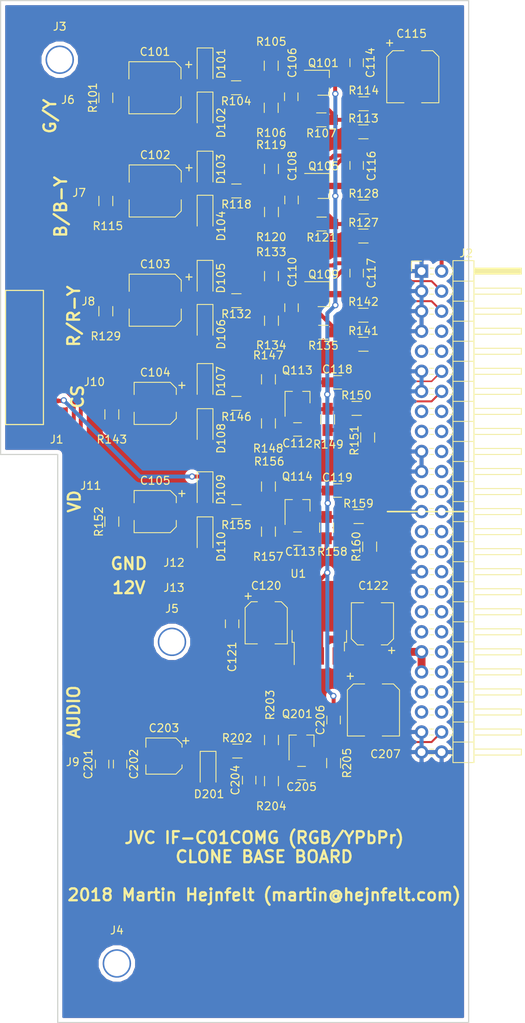
<source format=kicad_pcb>
(kicad_pcb (version 4) (host pcbnew 4.0.7-e2-6376~60~ubuntu17.10.1)
  (layers (0 F.Cu signal) (31 B.Cu signal) (34 B.Paste user hide) (35 F.Paste user hide) (36 B.SilkS user) (37 F.SilkS user) (38 B.Mask user hide) (39 F.Mask user hide) (44 Edge.Cuts user))
  (net 0 "")
  (net 1 "Net-(C101-Pad1)")
  (net 2 "Net-(C102-Pad1)")
  (net 3 "Net-(C103-Pad1)")
  (net 4 "Net-(C104-Pad1)")
  (net 5 "Net-(C105-Pad1)")
  (net 6 /VD)
  (net 7 "Net-(C106-Pad1)")
  (net 8 "Net-(C106-Pad2)")
  (net 9 "Net-(C108-Pad1)")
  (net 10 "Net-(C108-Pad2)")
  (net 11 "Net-(C110-Pad1)")
  (net 12 "Net-(C110-Pad2)")
  (net 13 "Net-(C112-Pad1)")
  (net 14 "Net-(C112-Pad2)")
  (net 15 "Net-(C113-Pad1)")
  (net 16 "Net-(C113-Pad2)")
  (net 17 GND)
  (net 18 +12V)
  (net 19 /VCC+14V)
  (net 20 /AUDIO)
  (net 21 "Net-(C203-Pad1)")
  (net 22 /AUDIO_)
  (net 23 /Y)
  (net 24 /B-Y)
  (net 25 /R-Y)
  (net 26 /HD)
  (net 27 /VD_)
  (net 28 /G/Y)
  (net 29 /B/B-Y)
  (net 30 /R/R-Y)
  (net 31 /HD/CS)
  (net 32 "Net-(C204-Pad2)")
  (module Resistors_SMD:R_0805_HandSoldering (layer F.Cu) (at 172.085 96.393 270)
    (fp_text reference R152 (at 0 1.651 270) (layer F.SilkS))
    (fp_text value 75)
    (pad 1 smd rect (at -1.35 0 270) (size 1.5 1.3) (layers F.Cu F.Paste F.Mask) (net 6 /VD))
    (pad 2 smd rect (at 1.35 0 270) (size 1.5 1.3) (layers F.Cu F.Paste F.Mask) (net 17 GND))
  )
  (module Resistors_SMD:R_0805_HandSoldering (layer F.Cu) (at 172.085 82.804 270)
    (fp_text reference R143 (at 3.175 0 360) (layer F.SilkS))
    (fp_text value 75)
    (pad 1 smd rect (at -1.35 0 270) (size 1.5 1.3) (layers F.Cu F.Paste F.Mask) (net 31 /HD/CS))
    (pad 2 smd rect (at 1.35 0 270) (size 1.5 1.3) (layers F.Cu F.Paste F.Mask) (net 17 GND))
  )
  (module Resistors_SMD:R_0805_HandSoldering (layer F.Cu) (at 171.323 69.723 270)
    (fp_text reference R129 (at 3.175 0 360) (layer F.SilkS))
    (fp_text value 75)
    (pad 1 smd rect (at -1.35 0 270) (size 1.5 1.3) (layers F.Cu F.Paste F.Mask) (net 30 /R/R-Y))
    (pad 2 smd rect (at 1.35 0 270) (size 1.5 1.3) (layers F.Cu F.Paste F.Mask) (net 17 GND))
  )
  (module Resistors_SMD:R_0805_HandSoldering (layer F.Cu) (at 171.323 55.753 270)
    (fp_text reference R115 (at 3.175 -0.254 360) (layer F.SilkS))
    (fp_text value 75)
    (pad 1 smd rect (at -1.35 0 270) (size 1.5 1.3) (layers F.Cu F.Paste F.Mask) (net 29 /B/B-Y))
    (pad 2 smd rect (at 1.35 0 270) (size 1.5 1.3) (layers F.Cu F.Paste F.Mask) (net 17 GND))
  )
  (module Resistors_SMD:R_0805_HandSoldering (layer F.Cu) (at 171.323 42.672 270)
    (fp_text reference R101 (at 0 1.651 270) (layer F.SilkS))
    (fp_text value 75)
    (pad 1 smd rect (at -1.35 0 270) (size 1.5 1.3) (layers F.Cu F.Paste F.Mask) (net 28 /G/Y))
    (pad 2 smd rect (at 1.35 0 270) (size 1.5 1.3) (layers F.Cu F.Paste F.Mask) (net 17 GND))
  )
  (module Diodes_SMD:D_SOD-123 (layer F.Cu) (at 184.277 127.762 270)
    (fp_text reference D201 (at 3.175 -0.127 360) (layer F.SilkS))
    (fp_text value D_Zener)
    (pad 1 smd rect (at -1.65 0 270) (size 0.9 1.2) (layers F.Cu F.Paste F.Mask) (net 21 "Net-(C203-Pad1)"))
    (pad 2 smd rect (at 1.65 0 270) (size 0.9 1.2) (layers F.Cu F.Paste F.Mask) (net 17 GND))
  )
  (module Diodes_SMD:D_SOD-123 (layer F.Cu) (at 183.896 98.044 270)
    (fp_text reference D110 (at 1.524 -2.032 270) (layer F.SilkS))
    (fp_text value D)
    (pad 1 smd rect (at -1.65 0 270) (size 0.9 1.2) (layers F.Cu F.Paste F.Mask) (net 5 "Net-(C105-Pad1)"))
    (pad 2 smd rect (at 1.65 0 270) (size 0.9 1.2) (layers F.Cu F.Paste F.Mask) (net 17 GND))
  )
  (module Diodes_SMD:D_SOD-123 (layer F.Cu) (at 183.896 92.329 270)
    (fp_text reference D109 (at 0 -2 270) (layer F.SilkS))
    (fp_text value D)
    (pad 1 smd rect (at -1.65 0 270) (size 0.9 1.2) (layers F.Cu F.Paste F.Mask) (net 18 +12V))
    (pad 2 smd rect (at 1.65 0 270) (size 0.9 1.2) (layers F.Cu F.Paste F.Mask) (net 5 "Net-(C105-Pad1)"))
  )
  (module Diodes_SMD:D_SOD-123 (layer F.Cu) (at 183.896 84.328 270)
    (fp_text reference D108 (at 1.524 -2.032 270) (layer F.SilkS))
    (fp_text value D)
    (pad 1 smd rect (at -1.65 0 270) (size 0.9 1.2) (layers F.Cu F.Paste F.Mask) (net 4 "Net-(C104-Pad1)"))
    (pad 2 smd rect (at 1.65 0 270) (size 0.9 1.2) (layers F.Cu F.Paste F.Mask) (net 17 GND))
  )
  (module Diodes_SMD:D_SOD-123 (layer F.Cu) (at 183.896 78.613 270)
    (fp_text reference D107 (at 0 -2 270) (layer F.SilkS))
    (fp_text value D)
    (pad 1 smd rect (at -1.65 0 270) (size 0.9 1.2) (layers F.Cu F.Paste F.Mask) (net 18 +12V))
    (pad 2 smd rect (at 1.65 0 270) (size 0.9 1.2) (layers F.Cu F.Paste F.Mask) (net 4 "Net-(C104-Pad1)"))
  )
  (module Diodes_SMD:D_SOD-123 (layer F.Cu) (at 183.896 71.12 270)
    (fp_text reference D106 (at 1.524 -2.032 270) (layer F.SilkS))
    (fp_text value D)
    (pad 1 smd rect (at -1.65 0 270) (size 0.9 1.2) (layers F.Cu F.Paste F.Mask) (net 3 "Net-(C103-Pad1)"))
    (pad 2 smd rect (at 1.65 0 270) (size 0.9 1.2) (layers F.Cu F.Paste F.Mask) (net 17 GND))
  )
  (module Diodes_SMD:D_SOD-123 (layer F.Cu) (at 183.896 65.532 270)
    (fp_text reference D105 (at 0 -2 270) (layer F.SilkS))
    (fp_text value D)
    (pad 1 smd rect (at -1.65 0 270) (size 0.9 1.2) (layers F.Cu F.Paste F.Mask) (net 18 +12V))
    (pad 2 smd rect (at 1.65 0 270) (size 0.9 1.2) (layers F.Cu F.Paste F.Mask) (net 3 "Net-(C103-Pad1)"))
  )
  (module Diodes_SMD:D_SOD-123 (layer F.Cu) (at 183.896 57.277 270)
    (fp_text reference D104 (at 1.651 -2.032 270) (layer F.SilkS))
    (fp_text value D)
    (pad 1 smd rect (at -1.65 0 270) (size 0.9 1.2) (layers F.Cu F.Paste F.Mask) (net 2 "Net-(C102-Pad1)"))
    (pad 2 smd rect (at 1.65 0 270) (size 0.9 1.2) (layers F.Cu F.Paste F.Mask) (net 17 GND))
  )
  (module Diodes_SMD:D_SOD-123 (layer F.Cu) (at 183.896 51.689 270)
    (fp_text reference D103 (at 0 -2 270) (layer F.SilkS))
    (fp_text value D)
    (pad 1 smd rect (at -1.65 0 270) (size 0.9 1.2) (layers F.Cu F.Paste F.Mask) (net 18 +12V))
    (pad 2 smd rect (at 1.65 0 270) (size 0.9 1.2) (layers F.Cu F.Paste F.Mask) (net 2 "Net-(C102-Pad1)"))
  )
  (module Diodes_SMD:D_SOD-123 (layer F.Cu) (at 183.896 44.196 270)
    (fp_text reference D102 (at 1.651 -2.032 270) (layer F.SilkS))
    (fp_text value D)
    (pad 1 smd rect (at -1.65 0 270) (size 0.9 1.2) (layers F.Cu F.Paste F.Mask) (net 1 "Net-(C101-Pad1)"))
    (pad 2 smd rect (at 1.65 0 270) (size 0.9 1.2) (layers F.Cu F.Paste F.Mask) (net 17 GND))
  )
  (module Diodes_SMD:D_SOD-123 (layer F.Cu) (at 183.896 38.608 270)
    (fp_text reference D101 (at -0.254 -2.032 270) (layer F.SilkS))
    (fp_text value D)
    (pad 1 smd rect (at -1.65 0 270) (size 0.9 1.2) (layers F.Cu F.Paste F.Mask) (net 18 +12V))
    (pad 2 smd rect (at 1.65 0 270) (size 0.9 1.2) (layers F.Cu F.Paste F.Mask) (net 1 "Net-(C101-Pad1)"))
  )
  (module Capacitors_SMD:CP_Elec_4x5.7 (layer F.Cu) (at 178.689 126.111 180)
    (fp_text reference C203 (at 0 3.54 180) (layer F.SilkS))
    (fp_text value 1uF/50V)
    (fp_text user + (at -2.77 2.01 180) (layer F.SilkS))
    (pad 1 smd rect (at -1.8 0) (size 2.6 1.6) (layers F.Cu F.Paste F.Mask) (net 21 "Net-(C203-Pad1)"))
    (pad 2 smd rect (at 1.8 0) (size 2.6 1.6) (layers F.Cu F.Paste F.Mask) (net 20 /AUDIO))
  )
  (module Capacitors_SMD:CP_Elec_5x5.7 (layer F.Cu) (at 177.579 95.123 180)
    (fp_text reference C105 (at 0 3.92 180) (layer F.SilkS))
    (fp_text value 10uF/50V)
    (fp_text user + (at -3.38 2.36 180) (layer F.SilkS))
    (pad 1 smd rect (at -2.2 0) (size 3 1.6) (layers F.Cu F.Paste F.Mask) (net 5 "Net-(C105-Pad1)"))
    (pad 2 smd rect (at 2.2 0) (size 3 1.6) (layers F.Cu F.Paste F.Mask) (net 6 /VD))
  )
  (module Capacitors_SMD:CP_Elec_5x5.7 (layer F.Cu) (at 177.579 81.407 180)
    (fp_text reference C104 (at 0 3.92 180) (layer F.SilkS))
    (fp_text value 10uF/50V)
    (fp_text user + (at -3.38 2.36 180) (layer F.SilkS))
    (pad 1 smd rect (at -2.2 0) (size 3 1.6) (layers F.Cu F.Paste F.Mask) (net 4 "Net-(C104-Pad1)"))
    (pad 2 smd rect (at 2.2 0) (size 3 1.6) (layers F.Cu F.Paste F.Mask) (net 31 /HD/CS))
  )
  (module Resistors_SMD:R_0805_HandSoldering (layer F.Cu) (at 200.185 127 270)
    (fp_text reference R205 (at 0 -1.7 270) (layer F.SilkS))
    (fp_text value 2.7K)
    (pad 1 smd rect (at -1.35 0 270) (size 1.5 1.3) (layers F.Cu F.Paste F.Mask) (net 22 /AUDIO_))
    (pad 2 smd rect (at 1.35 0 270) (size 1.5 1.3) (layers F.Cu F.Paste F.Mask) (net 17 GND))
  )
  (module Resistors_SMD:R_0805_HandSoldering (layer F.Cu) (at 192.311 129.286 270)
    (fp_text reference R204 (at 3.175 0.033 360) (layer F.SilkS))
    (fp_text value 68K)
    (pad 1 smd rect (at -1.35 0 270) (size 1.5 1.3) (layers F.Cu F.Paste F.Mask) (net 32 "Net-(C204-Pad2)"))
    (pad 2 smd rect (at 1.35 0 270) (size 1.5 1.3) (layers F.Cu F.Paste F.Mask) (net 17 GND))
  )
  (module Resistors_SMD:R_0805_HandSoldering (layer F.Cu) (at 192.311 124.079 270)
    (fp_text reference R203 (at -4.445 0.16 450) (layer F.SilkS))
    (fp_text value 56K)
    (pad 1 smd rect (at -1.35 0 270) (size 1.5 1.3) (layers F.Cu F.Paste F.Mask) (net 18 +12V))
    (pad 2 smd rect (at 1.35 0 270) (size 1.5 1.3) (layers F.Cu F.Paste F.Mask) (net 32 "Net-(C204-Pad2)"))
  )
  (module Resistors_SMD:R_0805_HandSoldering (layer F.Cu) (at 187.993 125.476 180)
    (fp_text reference R202 (at 0.033 1.651 180) (layer F.SilkS))
    (fp_text value 1K)
    (pad 1 smd rect (at -1.35 0 180) (size 1.5 1.3) (layers F.Cu F.Paste F.Mask) (net 32 "Net-(C204-Pad2)"))
    (pad 2 smd rect (at 1.35 0 180) (size 1.5 1.3) (layers F.Cu F.Paste F.Mask) (net 21 "Net-(C203-Pad1)"))
  )
  (module Resistors_SMD:R_0805_HandSoldering (layer F.Cu) (at 204.757 99.568 90)
    (fp_text reference R160 (at 0 -1.7 90) (layer F.SilkS))
    (fp_text value OPT)
    (pad 1 smd rect (at -1.35 0 90) (size 1.5 1.3) (layers F.Cu F.Paste F.Mask) (net 17 GND))
    (pad 2 smd rect (at 1.35 0 90) (size 1.5 1.3) (layers F.Cu F.Paste F.Mask) (net 27 /VD_))
  )
  (module Resistors_SMD:R_0805_HandSoldering (layer F.Cu) (at 203.36 95.758 180)
    (fp_text reference R159 (at 0.033 1.651 180) (layer F.SilkS))
    (fp_text value 0)
    (pad 1 smd rect (at -1.35 0 180) (size 1.5 1.3) (layers F.Cu F.Paste F.Mask) (net 27 /VD_))
    (pad 2 smd rect (at 1.35 0 180) (size 1.5 1.3) (layers F.Cu F.Paste F.Mask) (net 15 "Net-(C113-Pad1)"))
  )
  (module Resistors_SMD:R_0805_HandSoldering (layer F.Cu) (at 199.296 97.155 270)
    (fp_text reference R158 (at 3.048 -0.729 360) (layer F.SilkS))
    (fp_text value 2.7k)
    (pad 1 smd rect (at -1.35 0 270) (size 1.5 1.3) (layers F.Cu F.Paste F.Mask) (net 15 "Net-(C113-Pad1)"))
    (pad 2 smd rect (at 1.35 0 270) (size 1.5 1.3) (layers F.Cu F.Paste F.Mask) (net 17 GND))
  )
  (module Resistors_SMD:R_0805_HandSoldering (layer F.Cu) (at 191.93 97.663 270)
    (fp_text reference R157 (at 3.175 0.033 360) (layer F.SilkS))
    (fp_text value 33k)
    (pad 1 smd rect (at -1.35 0 270) (size 1.5 1.3) (layers F.Cu F.Paste F.Mask) (net 16 "Net-(C113-Pad2)"))
    (pad 2 smd rect (at 1.35 0 270) (size 1.5 1.3) (layers F.Cu F.Paste F.Mask) (net 17 GND))
  )
  (module Resistors_SMD:R_0805_HandSoldering (layer F.Cu) (at 191.93 91.948 270)
    (fp_text reference R156 (at -3.175 -0.094 360) (layer F.SilkS))
    (fp_text value 33k)
    (pad 1 smd rect (at -1.35 0 270) (size 1.5 1.3) (layers F.Cu F.Paste F.Mask) (net 18 +12V))
    (pad 2 smd rect (at 1.35 0 270) (size 1.5 1.3) (layers F.Cu F.Paste F.Mask) (net 16 "Net-(C113-Pad2)"))
  )
  (module Resistors_SMD:R_0805_HandSoldering (layer F.Cu) (at 187.866 95.123 180)
    (fp_text reference R155 (at 0 -1.7 180) (layer F.SilkS))
    (fp_text value 100)
    (pad 1 smd rect (at -1.35 0 180) (size 1.5 1.3) (layers F.Cu F.Paste F.Mask) (net 16 "Net-(C113-Pad2)"))
    (pad 2 smd rect (at 1.35 0 180) (size 1.5 1.3) (layers F.Cu F.Paste F.Mask) (net 5 "Net-(C105-Pad1)"))
  )
  (module Resistors_SMD:R_0805_HandSoldering (layer F.Cu) (at 204.503 85.725 90)
    (fp_text reference R151 (at -0.381 -1.684 90) (layer F.SilkS))
    (fp_text value OPT)
    (pad 1 smd rect (at -1.35 0 90) (size 1.5 1.3) (layers F.Cu F.Paste F.Mask) (net 17 GND))
    (pad 2 smd rect (at 1.35 0 90) (size 1.5 1.3) (layers F.Cu F.Paste F.Mask) (net 26 /HD))
  )
  (module Resistors_SMD:R_0805_HandSoldering (layer F.Cu) (at 203.106 82.042 180)
    (fp_text reference R150 (at 0.033 1.651 180) (layer F.SilkS))
    (fp_text value 0)
    (pad 1 smd rect (at -1.35 0 180) (size 1.5 1.3) (layers F.Cu F.Paste F.Mask) (net 26 /HD))
    (pad 2 smd rect (at 1.35 0 180) (size 1.5 1.3) (layers F.Cu F.Paste F.Mask) (net 13 "Net-(C112-Pad1)"))
  )
  (module Resistors_SMD:R_0805_HandSoldering (layer F.Cu) (at 199.423 83.439 270)
    (fp_text reference R149 (at 3.175 -0.094 360) (layer F.SilkS))
    (fp_text value 2.7k)
    (pad 1 smd rect (at -1.35 0 270) (size 1.5 1.3) (layers F.Cu F.Paste F.Mask) (net 13 "Net-(C112-Pad1)"))
    (pad 2 smd rect (at 1.35 0 270) (size 1.5 1.3) (layers F.Cu F.Paste F.Mask) (net 17 GND))
  )
  (module Resistors_SMD:R_0805_HandSoldering (layer F.Cu) (at 191.93 83.947 270)
    (fp_text reference R148 (at 3.175 0.033 360) (layer F.SilkS))
    (fp_text value 33k)
    (pad 1 smd rect (at -1.35 0 270) (size 1.5 1.3) (layers F.Cu F.Paste F.Mask) (net 14 "Net-(C112-Pad2)"))
    (pad 2 smd rect (at 1.35 0 270) (size 1.5 1.3) (layers F.Cu F.Paste F.Mask) (net 17 GND))
  )
  (module Resistors_SMD:R_0805_HandSoldering (layer F.Cu) (at 191.93 78.359 270)
    (fp_text reference R147 (at -3.048 0.033 360) (layer F.SilkS))
    (fp_text value 33k)
    (pad 1 smd rect (at -1.35 0 270) (size 1.5 1.3) (layers F.Cu F.Paste F.Mask) (net 18 +12V))
    (pad 2 smd rect (at 1.35 0 270) (size 1.5 1.3) (layers F.Cu F.Paste F.Mask) (net 14 "Net-(C112-Pad2)"))
  )
  (module Resistors_SMD:R_0805_HandSoldering (layer F.Cu) (at 187.866 81.407 180)
    (fp_text reference R146 (at 0 -1.7 180) (layer F.SilkS))
    (fp_text value 100)
    (pad 1 smd rect (at -1.35 0 180) (size 1.5 1.3) (layers F.Cu F.Paste F.Mask) (net 14 "Net-(C112-Pad2)"))
    (pad 2 smd rect (at 1.35 0 180) (size 1.5 1.3) (layers F.Cu F.Paste F.Mask) (net 4 "Net-(C104-Pad1)"))
  )
  (module Resistors_SMD:R_0805_HandSoldering (layer F.Cu) (at 203.962 70.231)
    (fp_text reference R142 (at 0 -1.7) (layer F.SilkS))
    (fp_text value 100)
    (pad 1 smd rect (at -1.35 0) (size 1.5 1.3) (layers F.Cu F.Paste F.Mask) (net 11 "Net-(C110-Pad1)"))
    (pad 2 smd rect (at 1.35 0) (size 1.5 1.3) (layers F.Cu F.Paste F.Mask) (net 25 /R-Y))
  )
  (module Resistors_SMD:R_0805_HandSoldering (layer F.Cu) (at 198.882 72.39 180)
    (fp_text reference R135 (at 0 -1.7 180) (layer F.SilkS))
    (fp_text value 1.5k)
    (pad 1 smd rect (at -1.35 0 180) (size 1.5 1.3) (layers F.Cu F.Paste F.Mask) (net 11 "Net-(C110-Pad1)"))
    (pad 2 smd rect (at 1.35 0 180) (size 1.5 1.3) (layers F.Cu F.Paste F.Mask) (net 17 GND))
  )
  (module Resistors_SMD:R_0805_HandSoldering (layer F.Cu) (at 192.311 70.9295 270)
    (fp_text reference R134 (at 3.1115 0.033 360) (layer F.SilkS))
    (fp_text value 33k)
    (pad 1 smd rect (at -1.35 0 270) (size 1.5 1.3) (layers F.Cu F.Paste F.Mask) (net 12 "Net-(C110-Pad2)"))
    (pad 2 smd rect (at 1.35 0 270) (size 1.5 1.3) (layers F.Cu F.Paste F.Mask) (net 17 GND))
  )
  (module Resistors_SMD:R_0805_HandSoldering (layer F.Cu) (at 192.311 65.278 270)
    (fp_text reference R133 (at -3.048 0.033 360) (layer F.SilkS))
    (fp_text value 56k)
    (pad 1 smd rect (at -1.35 0 270) (size 1.5 1.3) (layers F.Cu F.Paste F.Mask) (net 18 +12V))
    (pad 2 smd rect (at 1.35 0 270) (size 1.5 1.3) (layers F.Cu F.Paste F.Mask) (net 12 "Net-(C110-Pad2)"))
  )
  (module Resistors_SMD:R_0805_HandSoldering (layer F.Cu) (at 187.866 68.3895 180)
    (fp_text reference R132 (at 0 -1.7 180) (layer F.SilkS))
    (fp_text value 100)
    (pad 1 smd rect (at -1.35 0 180) (size 1.5 1.3) (layers F.Cu F.Paste F.Mask) (net 12 "Net-(C110-Pad2)"))
    (pad 2 smd rect (at 1.35 0 180) (size 1.5 1.3) (layers F.Cu F.Paste F.Mask) (net 3 "Net-(C103-Pad1)"))
  )
  (module Resistors_SMD:R_0805_HandSoldering (layer F.Cu) (at 203.995 56.515)
    (fp_text reference R128 (at 0 -1.7) (layer F.SilkS))
    (fp_text value 100)
    (pad 1 smd rect (at -1.35 0) (size 1.5 1.3) (layers F.Cu F.Paste F.Mask) (net 9 "Net-(C108-Pad1)"))
    (pad 2 smd rect (at 1.35 0) (size 1.5 1.3) (layers F.Cu F.Paste F.Mask) (net 24 /B-Y))
  )
  (module Resistors_SMD:R_0805_HandSoldering (layer F.Cu) (at 198.661 58.674 180)
    (fp_text reference R121 (at 0 -1.7 180) (layer F.SilkS))
    (fp_text value 1.5k)
    (pad 1 smd rect (at -1.35 0 180) (size 1.5 1.3) (layers F.Cu F.Paste F.Mask) (net 9 "Net-(C108-Pad1)"))
    (pad 2 smd rect (at 1.35 0 180) (size 1.5 1.3) (layers F.Cu F.Paste F.Mask) (net 17 GND))
  )
  (module Resistors_SMD:R_0805_HandSoldering (layer F.Cu) (at 192.311 57.15 270)
    (fp_text reference R120 (at 3.175 0.033 360) (layer F.SilkS))
    (fp_text value 33k)
    (pad 1 smd rect (at -1.35 0 270) (size 1.5 1.3) (layers F.Cu F.Paste F.Mask) (net 10 "Net-(C108-Pad2)"))
    (pad 2 smd rect (at 1.35 0 270) (size 1.5 1.3) (layers F.Cu F.Paste F.Mask) (net 17 GND))
  )
  (module Resistors_SMD:R_0805_HandSoldering (layer F.Cu) (at 192.311 51.689 270)
    (fp_text reference R119 (at -3.048 0.033 540) (layer F.SilkS))
    (fp_text value 56k)
    (pad 1 smd rect (at -1.35 0 270) (size 1.5 1.3) (layers F.Cu F.Paste F.Mask) (net 18 +12V))
    (pad 2 smd rect (at 1.35 0 270) (size 1.5 1.3) (layers F.Cu F.Paste F.Mask) (net 10 "Net-(C108-Pad2)"))
  )
  (module Resistors_SMD:R_0805_HandSoldering (layer F.Cu) (at 187.866 54.483 180)
    (fp_text reference R118 (at 0 -1.7 180) (layer F.SilkS))
    (fp_text value 100)
    (pad 1 smd rect (at -1.35 0 180) (size 1.5 1.3) (layers F.Cu F.Paste F.Mask) (net 10 "Net-(C108-Pad2)"))
    (pad 2 smd rect (at 1.35 0 180) (size 1.5 1.3) (layers F.Cu F.Paste F.Mask) (net 2 "Net-(C102-Pad1)"))
  )
  (module Resistors_SMD:R_0805_HandSoldering (layer F.Cu) (at 203.995 43.434)
    (fp_text reference R114 (at 0 -1.7) (layer F.SilkS))
    (fp_text value 100)
    (pad 1 smd rect (at -1.35 0) (size 1.5 1.3) (layers F.Cu F.Paste F.Mask) (net 7 "Net-(C106-Pad1)"))
    (pad 2 smd rect (at 1.35 0) (size 1.5 1.3) (layers F.Cu F.Paste F.Mask) (net 23 /Y))
  )
  (module Resistors_SMD:R_0805_HandSoldering (layer F.Cu) (at 198.628 45.466 180)
    (fp_text reference R107 (at 0 -1.7 180) (layer F.SilkS))
    (fp_text value 1.5k)
    (pad 1 smd rect (at -1.35 0 180) (size 1.5 1.3) (layers F.Cu F.Paste F.Mask) (net 7 "Net-(C106-Pad1)"))
    (pad 2 smd rect (at 1.35 0 180) (size 1.5 1.3) (layers F.Cu F.Paste F.Mask) (net 17 GND))
  )
  (module Resistors_SMD:R_0805_HandSoldering (layer F.Cu) (at 192.278 43.942 270)
    (fp_text reference R106 (at 3.175 0 360) (layer F.SilkS))
    (fp_text value 33k)
    (pad 1 smd rect (at -1.35 0 270) (size 1.5 1.3) (layers F.Cu F.Paste F.Mask) (net 8 "Net-(C106-Pad2)"))
    (pad 2 smd rect (at 1.35 0 270) (size 1.5 1.3) (layers F.Cu F.Paste F.Mask) (net 17 GND))
  )
  (module Resistors_SMD:R_0805_HandSoldering (layer F.Cu) (at 192.278 38.608 270)
    (fp_text reference R105 (at -3.048 0 360) (layer F.SilkS))
    (fp_text value 56k)
    (pad 1 smd rect (at -1.35 0 270) (size 1.5 1.3) (layers F.Cu F.Paste F.Mask) (net 18 +12V))
    (pad 2 smd rect (at 1.35 0 270) (size 1.5 1.3) (layers F.Cu F.Paste F.Mask) (net 8 "Net-(C106-Pad2)"))
  )
  (module Resistors_SMD:R_0805_HandSoldering (layer F.Cu) (at 187.833 41.402 180)
    (fp_text reference R104 (at 0 -1.7 180) (layer F.SilkS))
    (fp_text value 100)
    (pad 1 smd rect (at -1.35 0 180) (size 1.5 1.3) (layers F.Cu F.Paste F.Mask) (net 8 "Net-(C106-Pad2)"))
    (pad 2 smd rect (at 1.35 0 180) (size 1.5 1.3) (layers F.Cu F.Paste F.Mask) (net 1 "Net-(C101-Pad1)"))
  )
  (module TO_SOT_Packages_SMD:SOT-23_Handsoldering (layer F.Cu) (at 196.121 124.206 90)
    (fp_text reference Q201 (at 3.429 -0.541 180) (layer F.SilkS))
    (fp_text value BC817-40)
    (pad 1 smd rect (at -1.5 -0.95 90) (size 1.9 0.8) (layers F.Cu F.Paste F.Mask) (net 32 "Net-(C204-Pad2)"))
    (pad 2 smd rect (at -1.5 0.95 90) (size 1.9 0.8) (layers F.Cu F.Paste F.Mask) (net 22 /AUDIO_))
    (pad 3 smd rect (at 1.5 0 90) (size 1.9 0.8) (layers F.Cu F.Paste F.Mask) (net 18 +12V))
  )
  (module TO_SOT_Packages_SMD:SOT-23_Handsoldering (layer F.Cu) (at 195.613 94.361 90)
    (fp_text reference Q114 (at 3.683 -0.033 180) (layer F.SilkS))
    (fp_text value BC817-40)
    (pad 1 smd rect (at -1.5 -0.95 90) (size 1.9 0.8) (layers F.Cu F.Paste F.Mask) (net 16 "Net-(C113-Pad2)"))
    (pad 2 smd rect (at -1.5 0.95 90) (size 1.9 0.8) (layers F.Cu F.Paste F.Mask) (net 15 "Net-(C113-Pad1)"))
    (pad 3 smd rect (at 1.5 0 90) (size 1.9 0.8) (layers F.Cu F.Paste F.Mask) (net 18 +12V))
  )
  (module TO_SOT_Packages_SMD:SOT-23_Handsoldering (layer F.Cu) (at 195.613 80.645 90)
    (fp_text reference Q113 (at 3.429 -0.033 180) (layer F.SilkS))
    (fp_text value BC817-40)
    (pad 1 smd rect (at -1.5 -0.95 90) (size 1.9 0.8) (layers F.Cu F.Paste F.Mask) (net 14 "Net-(C112-Pad2)"))
    (pad 2 smd rect (at -1.5 0.95 90) (size 1.9 0.8) (layers F.Cu F.Paste F.Mask) (net 13 "Net-(C112-Pad1)"))
    (pad 3 smd rect (at 1.5 0 90) (size 1.9 0.8) (layers F.Cu F.Paste F.Mask) (net 18 +12V))
  )
  (module TO_SOT_Packages_SMD:SOT-23_Handsoldering (layer F.Cu) (at 198.915 67.564)
    (fp_text reference Q109 (at 0 -2.5) (layer F.SilkS))
    (fp_text value BC817-40)
    (pad 1 smd rect (at -1.5 -0.95) (size 1.9 0.8) (layers F.Cu F.Paste F.Mask) (net 12 "Net-(C110-Pad2)"))
    (pad 2 smd rect (at -1.5 0.95) (size 1.9 0.8) (layers F.Cu F.Paste F.Mask) (net 11 "Net-(C110-Pad1)"))
    (pad 3 smd rect (at 1.5 0) (size 1.9 0.8) (layers F.Cu F.Paste F.Mask) (net 18 +12V))
  )
  (module TO_SOT_Packages_SMD:SOT-23_Handsoldering (layer F.Cu) (at 198.915 53.848)
    (fp_text reference Q105 (at 0 -2.5) (layer F.SilkS))
    (fp_text value BC817-40)
    (pad 1 smd rect (at -1.5 -0.95) (size 1.9 0.8) (layers F.Cu F.Paste F.Mask) (net 10 "Net-(C108-Pad2)"))
    (pad 2 smd rect (at -1.5 0.95) (size 1.9 0.8) (layers F.Cu F.Paste F.Mask) (net 9 "Net-(C108-Pad1)"))
    (pad 3 smd rect (at 1.5 0) (size 1.9 0.8) (layers F.Cu F.Paste F.Mask) (net 18 +12V))
  )
  (module TO_SOT_Packages_SMD:SOT-23_Handsoldering (layer F.Cu) (at 198.882 40.767)
    (fp_text reference Q101 (at 0 -2.5) (layer F.SilkS))
    (fp_text value BC817-40)
    (pad 1 smd rect (at -1.5 -0.95) (size 1.9 0.8) (layers F.Cu F.Paste F.Mask) (net 8 "Net-(C106-Pad2)"))
    (pad 2 smd rect (at -1.5 0.95) (size 1.9 0.8) (layers F.Cu F.Paste F.Mask) (net 7 "Net-(C106-Pad1)"))
    (pad 3 smd rect (at 1.5 0) (size 1.9 0.8) (layers F.Cu F.Paste F.Mask) (net 18 +12V))
  )
  (module Pin_Headers:Pin_Header_Angled_2x25_Pitch2.54mm (layer F.Cu) (at 211.328 64.643)
    (fp_text reference J2 (at 5.655 -2.27) (layer F.SilkS))
    (fp_text value CONN_02X25)
    (pad 1 thru_hole rect (at 0 0) (size 1.7 1.7) (drill 1) (layers *.Cu *.Mask) (net 17 GND))
    (pad 2 thru_hole oval (at 2.54 0) (size 1.7 1.7) (drill 1) (layers *.Cu *.Mask) (net 23 /Y))
    (pad 3 thru_hole oval (at 0 2.54) (size 1.7 1.7) (drill 1) (layers *.Cu *.Mask) (net 17 GND))
    (pad 4 thru_hole oval (at 2.54 2.54) (size 1.7 1.7) (drill 1) (layers *.Cu *.Mask) (net 24 /B-Y))
    (pad 5 thru_hole oval (at 0 5.08) (size 1.7 1.7) (drill 1) (layers *.Cu *.Mask) (net 17 GND))
    (pad 6 thru_hole oval (at 2.54 5.08) (size 1.7 1.7) (drill 1) (layers *.Cu *.Mask) (net 25 /R-Y))
    (pad 7 thru_hole oval (at 0 7.62) (size 1.7 1.7) (drill 1) (layers *.Cu *.Mask) (net 17 GND))
    (pad 8 thru_hole oval (at 2.54 7.62) (size 1.7 1.7) (drill 1) (layers *.Cu *.Mask))
    (pad 9 thru_hole oval (at 0 10.16) (size 1.7 1.7) (drill 1) (layers *.Cu *.Mask))
    (pad 10 thru_hole oval (at 2.54 10.16) (size 1.7 1.7) (drill 1) (layers *.Cu *.Mask))
    (pad 11 thru_hole oval (at 0 12.7) (size 1.7 1.7) (drill 1) (layers *.Cu *.Mask) (net 17 GND))
    (pad 12 thru_hole oval (at 2.54 12.7) (size 1.7 1.7) (drill 1) (layers *.Cu *.Mask) (net 26 /HD))
    (pad 13 thru_hole oval (at 0 15.24) (size 1.7 1.7) (drill 1) (layers *.Cu *.Mask) (net 17 GND))
    (pad 14 thru_hole oval (at 2.54 15.24) (size 1.7 1.7) (drill 1) (layers *.Cu *.Mask) (net 27 /VD_))
    (pad 15 thru_hole oval (at 0 17.78) (size 1.7 1.7) (drill 1) (layers *.Cu *.Mask))
    (pad 16 thru_hole oval (at 2.54 17.78) (size 1.7 1.7) (drill 1) (layers *.Cu *.Mask))
    (pad 17 thru_hole oval (at 0 20.32) (size 1.7 1.7) (drill 1) (layers *.Cu *.Mask))
    (pad 18 thru_hole oval (at 2.54 20.32) (size 1.7 1.7) (drill 1) (layers *.Cu *.Mask))
    (pad 19 thru_hole oval (at 0 22.86) (size 1.7 1.7) (drill 1) (layers *.Cu *.Mask) (net 17 GND))
    (pad 20 thru_hole oval (at 2.54 22.86) (size 1.7 1.7) (drill 1) (layers *.Cu *.Mask))
    (pad 21 thru_hole oval (at 0 25.4) (size 1.7 1.7) (drill 1) (layers *.Cu *.Mask) (net 17 GND))
    (pad 22 thru_hole oval (at 2.54 25.4) (size 1.7 1.7) (drill 1) (layers *.Cu *.Mask))
    (pad 23 thru_hole oval (at 0 27.94) (size 1.7 1.7) (drill 1) (layers *.Cu *.Mask))
    (pad 24 thru_hole oval (at 2.54 27.94) (size 1.7 1.7) (drill 1) (layers *.Cu *.Mask))
    (pad 25 thru_hole oval (at 0 30.48) (size 1.7 1.7) (drill 1) (layers *.Cu *.Mask) (net 17 GND))
    (pad 26 thru_hole oval (at 2.54 30.48) (size 1.7 1.7) (drill 1) (layers *.Cu *.Mask))
    (pad 27 thru_hole oval (at 0 33.02) (size 1.7 1.7) (drill 1) (layers *.Cu *.Mask))
    (pad 28 thru_hole oval (at 2.54 33.02) (size 1.7 1.7) (drill 1) (layers *.Cu *.Mask))
    (pad 29 thru_hole oval (at 0 35.56) (size 1.7 1.7) (drill 1) (layers *.Cu *.Mask))
    (pad 30 thru_hole oval (at 2.54 35.56) (size 1.7 1.7) (drill 1) (layers *.Cu *.Mask))
    (pad 31 thru_hole oval (at 0 38.1) (size 1.7 1.7) (drill 1) (layers *.Cu *.Mask) (net 17 GND))
    (pad 32 thru_hole oval (at 2.54 38.1) (size 1.7 1.7) (drill 1) (layers *.Cu *.Mask))
    (pad 33 thru_hole oval (at 0 40.64) (size 1.7 1.7) (drill 1) (layers *.Cu *.Mask))
    (pad 34 thru_hole oval (at 2.54 40.64) (size 1.7 1.7) (drill 1) (layers *.Cu *.Mask))
    (pad 35 thru_hole oval (at 0 43.18) (size 1.7 1.7) (drill 1) (layers *.Cu *.Mask))
    (pad 36 thru_hole oval (at 2.54 43.18) (size 1.7 1.7) (drill 1) (layers *.Cu *.Mask))
    (pad 37 thru_hole oval (at 0 45.72) (size 1.7 1.7) (drill 1) (layers *.Cu *.Mask))
    (pad 38 thru_hole oval (at 2.54 45.72) (size 1.7 1.7) (drill 1) (layers *.Cu *.Mask))
    (pad 39 thru_hole oval (at 0 48.26) (size 1.7 1.7) (drill 1) (layers *.Cu *.Mask) (net 19 /VCC+14V))
    (pad 40 thru_hole oval (at 2.54 48.26) (size 1.7 1.7) (drill 1) (layers *.Cu *.Mask))
    (pad 41 thru_hole oval (at 0 50.8) (size 1.7 1.7) (drill 1) (layers *.Cu *.Mask) (net 19 /VCC+14V))
    (pad 42 thru_hole oval (at 2.54 50.8) (size 1.7 1.7) (drill 1) (layers *.Cu *.Mask))
    (pad 43 thru_hole oval (at 0 53.34) (size 1.7 1.7) (drill 1) (layers *.Cu *.Mask))
    (pad 44 thru_hole oval (at 2.54 53.34) (size 1.7 1.7) (drill 1) (layers *.Cu *.Mask))
    (pad 45 thru_hole oval (at 0 55.88) (size 1.7 1.7) (drill 1) (layers *.Cu *.Mask))
    (pad 46 thru_hole oval (at 2.54 55.88) (size 1.7 1.7) (drill 1) (layers *.Cu *.Mask))
    (pad 47 thru_hole oval (at 0 58.42) (size 1.7 1.7) (drill 1) (layers *.Cu *.Mask) (net 17 GND))
    (pad 48 thru_hole oval (at 2.54 58.42) (size 1.7 1.7) (drill 1) (layers *.Cu *.Mask) (net 22 /AUDIO_))
    (pad 49 thru_hole oval (at 0 60.96) (size 1.7 1.7) (drill 1) (layers *.Cu *.Mask) (net 17 GND))
    (pad 50 thru_hole oval (at 2.54 60.96) (size 1.7 1.7) (drill 1) (layers *.Cu *.Mask) (net 17 GND))
  )
  (module Capacitors_SMD:C_0805_HandSoldering (layer F.Cu) (at 200.185 121.539 90)
    (fp_text reference C206 (at 0 -1.684 90) (layer F.SilkS))
    (fp_text value 100nF)
    (pad 1 smd rect (at -1.25 0 90) (size 1.5 1.25) (layers F.Cu F.Paste F.Mask) (net 17 GND))
    (pad 2 smd rect (at 1.25 0 90) (size 1.5 1.25) (layers F.Cu F.Paste F.Mask) (net 18 +12V))
  )
  (module Capacitors_SMD:C_0805_HandSoldering (layer F.Cu) (at 196.121 128.27 180)
    (fp_text reference C205 (at 0 -1.75 180) (layer F.SilkS))
    (fp_text value 180pF)
    (pad 1 smd rect (at -1.25 0 180) (size 1.5 1.25) (layers F.Cu F.Paste F.Mask) (net 22 /AUDIO_))
    (pad 2 smd rect (at 1.25 0 180) (size 1.5 1.25) (layers F.Cu F.Paste F.Mask) (net 32 "Net-(C204-Pad2)"))
  )
  (module Capacitors_SMD:C_0805_HandSoldering (layer F.Cu) (at 173.134 127.127 90)
    (fp_text reference C202 (at 0 1.745 90) (layer F.SilkS))
    (fp_text value 180pF)
    (pad 1 smd rect (at -1.25 0 90) (size 1.5 1.25) (layers F.Cu F.Paste F.Mask) (net 17 GND))
    (pad 2 smd rect (at 1.25 0 90) (size 1.5 1.25) (layers F.Cu F.Paste F.Mask) (net 20 /AUDIO))
  )
  (module Capacitors_SMD:C_0805_HandSoldering (layer F.Cu) (at 170.848 127.127 90)
    (fp_text reference C201 (at 0 -1.75 90) (layer F.SilkS))
    (fp_text value 180pF)
    (pad 1 smd rect (at -1.25 0 90) (size 1.5 1.25) (layers F.Cu F.Paste F.Mask) (net 17 GND))
    (pad 2 smd rect (at 1.25 0 90) (size 1.5 1.25) (layers F.Cu F.Paste F.Mask) (net 20 /AUDIO))
  )
  (module Capacitors_SMD:C_0805_HandSoldering (layer F.Cu) (at 200.693 92.456 180)
    (fp_text reference C119 (at 0.033 1.651 180) (layer F.SilkS))
    (fp_text value 100nF)
    (pad 1 smd rect (at -1.25 0 180) (size 1.5 1.25) (layers F.Cu F.Paste F.Mask) (net 17 GND))
    (pad 2 smd rect (at 1.25 0 180) (size 1.5 1.25) (layers F.Cu F.Paste F.Mask) (net 18 +12V))
  )
  (module Capacitors_SMD:C_0805_HandSoldering (layer F.Cu) (at 200.693 78.74 180)
    (fp_text reference C118 (at 0.033 1.651 180) (layer F.SilkS))
    (fp_text value 100nF)
    (pad 1 smd rect (at -1.25 0 180) (size 1.5 1.25) (layers F.Cu F.Paste F.Mask) (net 17 GND))
    (pad 2 smd rect (at 1.25 0 180) (size 1.5 1.25) (layers F.Cu F.Paste F.Mask) (net 18 +12V))
  )
  (module Capacitors_SMD:C_0805_HandSoldering (layer F.Cu) (at 203.106 64.897 90)
    (fp_text reference C117 (at 0 1.872 90) (layer F.SilkS))
    (fp_text value 100nF)
    (pad 1 smd rect (at -1.25 0 90) (size 1.5 1.25) (layers F.Cu F.Paste F.Mask) (net 17 GND))
    (pad 2 smd rect (at 1.25 0 90) (size 1.5 1.25) (layers F.Cu F.Paste F.Mask) (net 18 +12V))
  )
  (module Capacitors_SMD:C_0805_HandSoldering (layer F.Cu) (at 203.106 51.2445 90)
    (fp_text reference C116 (at -0.0635 1.872 90) (layer F.SilkS))
    (fp_text value 100nF)
    (pad 1 smd rect (at -1.25 0 90) (size 1.5 1.25) (layers F.Cu F.Paste F.Mask) (net 17 GND))
    (pad 2 smd rect (at 1.25 0 90) (size 1.5 1.25) (layers F.Cu F.Paste F.Mask) (net 18 +12V))
  )
  (module Capacitors_SMD:CP_Elec_6.3x5.7 (layer F.Cu) (at 210.218 40.005 270)
    (fp_text reference C115 (at -5.461 0.16 360) (layer F.SilkS))
    (fp_text value 100uF/16V)
    (fp_text user + (at -4.28 3.01 270) (layer F.SilkS))
    (pad 1 smd rect (at -2.7 0 90) (size 3.5 1.6) (layers F.Cu F.Paste F.Mask) (net 18 +12V))
    (pad 2 smd rect (at 2.7 0 90) (size 3.5 1.6) (layers F.Cu F.Paste F.Mask) (net 17 GND))
  )
  (module Capacitors_SMD:C_0805_HandSoldering (layer F.Cu) (at 203.106 38.227 90)
    (fp_text reference C114 (at 0 1.745 270) (layer F.SilkS))
    (fp_text value 100nF)
    (pad 1 smd rect (at -1.25 0 90) (size 1.5 1.25) (layers F.Cu F.Paste F.Mask) (net 17 GND))
    (pad 2 smd rect (at 1.25 0 90) (size 1.5 1.25) (layers F.Cu F.Paste F.Mask) (net 18 +12V))
  )
  (module Capacitors_SMD:C_0805_HandSoldering (layer F.Cu) (at 195.613 98.552 180)
    (fp_text reference C113 (at -0.348 -1.651 180) (layer F.SilkS))
    (fp_text value OPT)
    (pad 1 smd rect (at -1.25 0 180) (size 1.5 1.25) (layers F.Cu F.Paste F.Mask) (net 15 "Net-(C113-Pad1)"))
    (pad 2 smd rect (at 1.25 0 180) (size 1.5 1.25) (layers F.Cu F.Paste F.Mask) (net 16 "Net-(C113-Pad2)"))
  )
  (module Capacitors_SMD:C_0805_HandSoldering (layer F.Cu) (at 195.613 84.709 180)
    (fp_text reference C112 (at 0 -1.75 180) (layer F.SilkS))
    (fp_text value OPT)
    (pad 1 smd rect (at -1.25 0 180) (size 1.5 1.25) (layers F.Cu F.Paste F.Mask) (net 13 "Net-(C112-Pad1)"))
    (pad 2 smd rect (at 1.25 0 180) (size 1.5 1.25) (layers F.Cu F.Paste F.Mask) (net 14 "Net-(C112-Pad2)"))
  )
  (module Capacitors_SMD:C_0805_HandSoldering (layer F.Cu) (at 194.851 69.2785 90)
    (fp_text reference C110 (at 4.5085 0.094 90) (layer F.SilkS))
    (fp_text value OPT)
    (pad 1 smd rect (at -1.25 0 90) (size 1.5 1.25) (layers F.Cu F.Paste F.Mask) (net 11 "Net-(C110-Pad1)"))
    (pad 2 smd rect (at 1.25 0 90) (size 1.5 1.25) (layers F.Cu F.Paste F.Mask) (net 12 "Net-(C110-Pad2)"))
  )
  (module Capacitors_SMD:C_0805_HandSoldering (layer F.Cu) (at 194.851 55.626 90)
    (fp_text reference C108 (at 4.318 0.094 90) (layer F.SilkS))
    (fp_text value OPT)
    (pad 1 smd rect (at -1.25 0 90) (size 1.5 1.25) (layers F.Cu F.Paste F.Mask) (net 9 "Net-(C108-Pad1)"))
    (pad 2 smd rect (at 1.25 0 90) (size 1.5 1.25) (layers F.Cu F.Paste F.Mask) (net 10 "Net-(C108-Pad2)"))
  )
  (module Capacitors_SMD:C_0805_HandSoldering (layer F.Cu) (at 194.818 42.545 90)
    (fp_text reference C106 (at 4.318 0.127 90) (layer F.SilkS))
    (fp_text value OPT)
    (pad 1 smd rect (at -1.25 0 90) (size 1.5 1.25) (layers F.Cu F.Paste F.Mask) (net 7 "Net-(C106-Pad1)"))
    (pad 2 smd rect (at 1.25 0 90) (size 1.5 1.25) (layers F.Cu F.Paste F.Mask) (net 8 "Net-(C106-Pad2)"))
  )
  (module Capacitors_SMD:CP_Elec_6.3x5.7 (layer F.Cu) (at 177.579 68.326 180)
    (fp_text reference C103 (at 0 4.56 180) (layer F.SilkS))
    (fp_text value 47uF/25V)
    (fp_text user + (at -4.28 3.01 180) (layer F.SilkS))
    (pad 1 smd rect (at -2.7 0) (size 3.5 1.6) (layers F.Cu F.Paste F.Mask) (net 3 "Net-(C103-Pad1)"))
    (pad 2 smd rect (at 2.7 0) (size 3.5 1.6) (layers F.Cu F.Paste F.Mask) (net 30 /R/R-Y))
  )
  (module Capacitors_SMD:CP_Elec_6.3x5.7 (layer F.Cu) (at 177.579 54.483 180)
    (fp_text reference C102 (at 0 4.56 180) (layer F.SilkS))
    (fp_text value 47uF/25V)
    (fp_text user + (at -4.28 3.01 180) (layer F.SilkS))
    (pad 1 smd rect (at -2.7 0) (size 3.5 1.6) (layers F.Cu F.Paste F.Mask) (net 2 "Net-(C102-Pad1)"))
    (pad 2 smd rect (at 2.7 0) (size 3.5 1.6) (layers F.Cu F.Paste F.Mask) (net 29 /B/B-Y))
  )
  (module Capacitors_SMD:CP_Elec_6.3x5.7 (layer F.Cu) (at 177.546 41.402 180)
    (fp_text reference C101 (at 0 4.56 180) (layer F.SilkS))
    (fp_text value 47uF/25V)
    (fp_text user + (at -4.28 3.01 180) (layer F.SilkS))
    (pad 1 smd rect (at -2.7 0) (size 3.5 1.6) (layers F.Cu F.Paste F.Mask) (net 1 "Net-(C101-Pad1)"))
    (pad 2 smd rect (at 2.7 0) (size 3.5 1.6) (layers F.Cu F.Paste F.Mask) (net 28 /G/Y))
  )
  (module molex-fpc:52852-1472 (layer F.Cu) (at 164.465 69.088 270)
    (fp_text reference J1 (at 16.891 -0.635 360) (layer F.SilkS))
    (fp_text value Conn_01x14)
    (pad "" smd rect (at 16.15 2.35 270) (size 2.1 2.8) (layers F.Cu F.Paste F.Mask))
    (pad 1 smd rect (at 0 0 270) (size 0.6 1.9) (layers F.Cu F.Paste F.Mask) (net 28 /G/Y))
    (pad 2 smd rect (at 1 0 270) (size 0.6 1.9) (layers F.Cu F.Paste F.Mask) (net 17 GND))
    (pad 3 smd rect (at 2 0 270) (size 0.6 1.9) (layers F.Cu F.Paste F.Mask) (net 29 /B/B-Y))
    (pad 4 smd rect (at 3 0 270) (size 0.6 1.9) (layers F.Cu F.Paste F.Mask) (net 17 GND))
    (pad 5 smd rect (at 4 0 270) (size 0.6 1.9) (layers F.Cu F.Paste F.Mask) (net 30 /R/R-Y))
    (pad 6 smd rect (at 5 0 270) (size 0.6 1.9) (layers F.Cu F.Paste F.Mask) (net 17 GND))
    (pad 7 smd rect (at 6 0 270) (size 0.6 1.9) (layers F.Cu F.Paste F.Mask) (net 31 /HD/CS))
    (pad 8 smd rect (at 7 0 270) (size 0.6 1.9) (layers F.Cu F.Paste F.Mask) (net 17 GND))
    (pad 9 smd rect (at 8 0 270) (size 0.6 1.9) (layers F.Cu F.Paste F.Mask) (net 6 /VD))
    (pad 10 smd rect (at 9 0 270) (size 0.6 1.9) (layers F.Cu F.Paste F.Mask) (net 17 GND))
    (pad 11 smd rect (at 10 0 270) (size 0.6 1.9) (layers F.Cu F.Paste F.Mask) (net 20 /AUDIO))
    (pad 12 smd rect (at 11 0 270) (size 0.6 1.9) (layers F.Cu F.Paste F.Mask) (net 17 GND))
    (pad 13 smd rect (at 12 0 270) (size 0.6 1.9) (layers F.Cu F.Paste F.Mask) (net 18 +12V))
    (pad 14 smd rect (at 13 0 270) (size 0.6 1.9) (layers F.Cu F.Paste F.Mask) (net 17 GND))
    (pad "" smd rect (at -3.15 2.35 270) (size 2.1 2.8) (layers F.Cu F.Paste F.Mask))
  )
  (module Resistors_SMD:R_0805_HandSoldering (layer F.Cu) (at 203.962 46.99)
    (fp_text reference R113 (at 0 -1.7) (layer F.SilkS))
    (fp_text value 390)
    (pad 1 smd rect (at -1.35 0) (size 1.5 1.3) (layers F.Cu F.Paste F.Mask) (net 7 "Net-(C106-Pad1)"))
    (pad 2 smd rect (at 1.35 0) (size 1.5 1.3) (layers F.Cu F.Paste F.Mask) (net 17 GND))
  )
  (module Resistors_SMD:R_0805_HandSoldering (layer F.Cu) (at 203.962 60.198)
    (fp_text reference R127 (at 0 -1.7) (layer F.SilkS))
    (fp_text value 390)
    (pad 1 smd rect (at -1.35 0) (size 1.5 1.3) (layers F.Cu F.Paste F.Mask) (net 9 "Net-(C108-Pad1)"))
    (pad 2 smd rect (at 1.35 0) (size 1.5 1.3) (layers F.Cu F.Paste F.Mask) (net 17 GND))
  )
  (module Resistors_SMD:R_0805_HandSoldering (layer F.Cu) (at 203.962 73.914)
    (fp_text reference R141 (at 0 -1.7) (layer F.SilkS))
    (fp_text value 390)
    (pad 1 smd rect (at -1.35 0) (size 1.5 1.3) (layers F.Cu F.Paste F.Mask) (net 11 "Net-(C110-Pad1)"))
    (pad 2 smd rect (at 1.35 0) (size 1.5 1.3) (layers F.Cu F.Paste F.Mask) (net 17 GND))
  )
  (module Mounting_Holes:MountingHole_3.2mm_M3 (layer F.Cu) (at 165.481 37.846)
    (fp_text reference J3 (at 0 -4.2) (layer F.SilkS))
    (fp_text value TEST_1P)
    (pad "" np_thru_hole circle (at 0 0) (size 3.6 3.6) (drill 3.2) (layers *.Cu *.Mask))
  )
  (module Mounting_Holes:MountingHole_3.2mm_M3 (layer F.Cu) (at 172.72 152.4)
    (fp_text reference J4 (at 0 -4.2) (layer F.SilkS))
    (fp_text value TEST_1P)
    (pad "" np_thru_hole circle (at 0 0) (size 3.6 3.6) (drill 3.2) (layers *.Cu *.Mask))
  )
  (module Mounting_Holes:MountingHole_3.2mm_M3 (layer F.Cu) (at 179.705 111.633)
    (fp_text reference J5 (at 0 -4.2) (layer F.SilkS))
    (fp_text value TEST_1P)
    (pad "" np_thru_hole circle (at 0 0) (size 3.6 3.6) (drill 3.2) (layers *.Cu *.Mask))
  )
  (module Capacitors_SMD:C_0805_HandSoldering (layer F.Cu) (at 189.484 129.159 90)
    (fp_text reference C204 (at 0 -1.75 90) (layer F.SilkS))
    (fp_text value 39pF)
    (pad 1 smd rect (at -1.25 0 90) (size 1.5 1.25) (layers F.Cu F.Paste F.Mask) (net 17 GND))
    (pad 2 smd rect (at 1.25 0 90) (size 1.5 1.25) (layers F.Cu F.Paste F.Mask) (net 32 "Net-(C204-Pad2)"))
  )
  (module Capacitors_SMD:C_0805_HandSoldering (layer F.Cu) (at 187.325 109.347 90)
    (fp_text reference C121 (at -4.191 0 90) (layer F.SilkS))
    (fp_text value 1uF/25V)
    (pad 1 smd rect (at -1.25 0 90) (size 1.5 1.25) (layers F.Cu F.Paste F.Mask) (net 17 GND))
    (pad 2 smd rect (at 1.25 0 90) (size 1.5 1.25) (layers F.Cu F.Paste F.Mask) (net 18 +12V))
  )
  (module TO_SOT_Packages_SMD:TO-252-3_TabPin2 (layer F.Cu) (at 198.374 109.22 90)
    (fp_text reference U1 (at 6.223 -2.667 180) (layer F.SilkS))
    (fp_text value NCP1117-12_SOT223)
    (pad 1 smd rect (at -4.2 -2.28 90) (size 2.2 1.2) (layers F.Cu F.Paste F.Mask) (net 17 GND))
    (pad 2 smd rect (at -4.2 0 90) (size 2.2 1.2) (layers F.Cu F.Paste F.Mask) (net 18 +12V))
    (pad 3 smd rect (at -4.2 2.28 90) (size 2.2 1.2) (layers F.Cu F.Paste F.Mask) (net 19 /VCC+14V))
    (pad 2 smd rect (at 2.1 0 90) (size 6.4 5.8) (layers F.Cu F.Mask) (net 18 +12V))
    (pad 2 smd rect (at 3.775 1.525 90) (size 3.05 2.75) (layers F.Cu F.Paste) (net 18 +12V))
    (pad 2 smd rect (at 0.425 -1.525 90) (size 3.05 2.75) (layers F.Cu F.Paste) (net 18 +12V))
    (pad 2 smd rect (at 3.775 -1.525 90) (size 3.05 2.75) (layers F.Cu F.Paste) (net 18 +12V))
    (pad 2 smd rect (at 0.425 1.525 90) (size 3.05 2.75) (layers F.Cu F.Paste) (net 18 +12V))
  )
  (module Capacitors_SMD:CP_Elec_5x5.7 (layer F.Cu) (at 191.643 109.22 270)
    (fp_text reference C120 (at -4.699 0 360) (layer F.SilkS))
    (fp_text value 10uF/25V)
    (fp_text user + (at -3.38 2.36 270) (layer F.SilkS))
    (pad 1 smd rect (at -2.2 0 90) (size 3 1.6) (layers F.Cu F.Paste F.Mask) (net 18 +12V))
    (pad 2 smd rect (at 2.2 0 90) (size 3 1.6) (layers F.Cu F.Paste F.Mask) (net 17 GND))
  )
  (module Capacitors_SMD:CP_Elec_5x5.7 (layer F.Cu) (at 205.105 109.347 90)
    (fp_text reference C122 (at 4.826 0.127 180) (layer F.SilkS))
    (fp_text value 10uF/25V)
    (fp_text user + (at -3.38 2.36 90) (layer F.SilkS))
    (pad 1 smd rect (at -2.2 0 270) (size 3 1.6) (layers F.Cu F.Paste F.Mask) (net 19 /VCC+14V))
    (pad 2 smd rect (at 2.2 0 270) (size 3 1.6) (layers F.Cu F.Paste F.Mask) (net 17 GND))
  )
  (module Capacitors_SMD:CP_Elec_6.3x5.7 (layer F.Cu) (at 205.232 120.269 270)
    (fp_text reference C207 (at 5.588 -1.524 360) (layer F.SilkS))
    (fp_text value 100uF/16V)
    (fp_text user + (at -4.28 3.01 270) (layer F.SilkS))
    (pad 1 smd rect (at -2.7 0 90) (size 3.5 1.6) (layers F.Cu F.Paste F.Mask) (net 18 +12V))
    (pad 2 smd rect (at 2.7 0 90) (size 3.5 1.6) (layers F.Cu F.Paste F.Mask) (net 17 GND))
  )
  (module Measurement_Points:Measurement_Point_Round-SMD-Pad_Small (layer F.Cu) (at 166.624 44.831)
    (fp_text reference J6 (at -0.1016 -1.905) (layer F.SilkS))
    (fp_text value TEST_Y)
    (pad 1 smd circle (at 0 0) (size 1.5 1.5) (layers F.Cu F.Mask) (net 28 /G/Y))
  )
  (module Measurement_Points:Measurement_Point_Round-SMD-Pad_Small (layer F.Cu) (at 167.894 56.515)
    (fp_text reference J7 (at 0.0508 -1.8034) (layer F.SilkS))
    (fp_text value TEST_B)
    (pad 1 smd circle (at 0 0) (size 1.5 1.5) (layers F.Cu F.Mask) (net 29 /B/B-Y))
  )
  (module Measurement_Points:Measurement_Point_Round-SMD-Pad_Small (layer F.Cu) (at 169.291 70.358)
    (fp_text reference J8 (at -0.1778 -1.8796) (layer F.SilkS))
    (fp_text value TEST_R)
    (pad 1 smd circle (at 0 0) (size 1.5 1.5) (layers F.Cu F.Mask) (net 30 /R/R-Y))
  )
  (module Measurement_Points:Measurement_Point_Round-SMD-Pad_Small (layer F.Cu) (at 167.259 125.095)
    (fp_text reference J9 (at -0.127 1.778) (layer F.SilkS))
    (fp_text value TEST_AUDIO)
    (pad 1 smd circle (at 0 0) (size 1.5 1.5) (layers F.Cu F.Mask) (net 20 /AUDIO))
  )
  (module Measurement_Points:Measurement_Point_Round-SMD-Pad_Small (layer F.Cu) (at 169.672 80.518)
    (fp_text reference J10 (at 0.2032 -1.8288) (layer F.SilkS))
    (fp_text value TEST_CS)
    (pad 1 smd circle (at 0 0) (size 1.5 1.5) (layers F.Cu F.Mask) (net 31 /HD/CS))
  )
  (module Measurement_Points:Measurement_Point_Round-SMD-Pad_Small (layer F.Cu) (at 169.418 93.726)
    (fp_text reference J11 (at 0 -1.8796 180) (layer F.SilkS))
    (fp_text value TEST_VD)
    (pad 1 smd circle (at 0 0) (size 1.5 1.5) (layers F.Cu F.Mask) (net 6 /VD))
  )
  (module Measurement_Points:Measurement_Point_Round-SMD-Pad_Small (layer F.Cu) (at 177.546 101.6)
    (fp_text reference J12 (at 2.413 0) (layer F.SilkS))
    (fp_text value TEST_GND)
    (pad 1 smd circle (at 0 0) (size 1.5 1.5) (layers F.Cu F.Mask) (net 17 GND))
  )
  (module Measurement_Points:Measurement_Point_Round-SMD-Pad_Small (layer F.Cu) (at 177.546 104.775)
    (fp_text reference J13 (at 2.413 0 180) (layer F.SilkS))
    (fp_text value TEST_12V)
    (pad 1 smd circle (at 0 0) (size 1.5 1.5) (layers F.Cu F.Mask) (net 18 +12V))
  )
  (gr_text 12V (at 174.244 104.775) (layer F.SilkS) (effects (font (size 1.5 1.5) (thickness 0.3))))
  (gr_text GND (at 174.244 101.727) (layer F.SilkS) (effects (font (size 1.5 1.5) (thickness 0.3))))
  (gr_text AUDIO (at 167.259 120.523 90) (layer F.SilkS) (effects (font (size 1.5 1.5) (thickness 0.3))))
  (gr_text G/Y (at 164.2364 45.0088 90) (layer F.SilkS) (effects (font (size 1.5 1.5) (thickness 0.3))))
  (gr_text B/B-Y (at 165.608 56.4896 90) (layer F.SilkS) (effects (font (size 1.5 1.5) (thickness 0.3))))
  (gr_text R/R-Y (at 167.259 70.358 90) (layer F.SilkS) (effects (font (size 1.5 1.5) (thickness 0.3))))
  (gr_text CS (at 167.7416 80.5688 90) (layer F.SilkS) (effects (font (size 1.5 1.5) (thickness 0.3))))
  (gr_text VD (at 167.3352 93.8276 90) (layer F.SilkS) (effects (font (size 1.5 1.5) (thickness 0.3))))
  (gr_line (start 157.988 30.353) (end 157.988 49.784) (angle 90) (layer Edge.Cuts) (width 0.15))
  (gr_line (start 158.75 30.353) (end 157.988 30.353) (angle 90) (layer Edge.Cuts) (width 0.15))
  (gr_line (start 177.419 30.353) (end 158.75 30.353) (angle 90) (layer Edge.Cuts) (width 0.15))
  (gr_text "JVC IF-C01COMG (RGB/YPbPr)\nCLONE BASE BOARD\n\n2018 Martin Hejnfelt (martin@hejnfelt.com)\n" (at 191.389 140.081) (layer F.SilkS) (effects (font (size 1.5 1.5) (thickness 0.3))))
  (gr_line (start 217.297 30.353) (end 177.419 30.353) (angle 90) (layer Edge.Cuts) (width 0.15))
  (gr_line (start 217.297 159.893) (end 165.227 159.893) (angle 90) (layer Edge.Cuts) (width 0.15))
  (gr_line (start 217.297 30.353) (end 217.297 159.893) (angle 90) (layer Edge.Cuts) (width 0.15))
  (gr_line (start 157.988 49.784) (end 157.988 87.884) (angle 90) (layer Edge.Cuts) (width 0.15))
  (gr_line (start 217.297 95.123) (end 207.01 95.123) (angle 90) (layer F.SilkS) (width 0.2))
  (gr_line (start 165.227 87.884) (end 165.227 159.893) (angle 90) (layer Edge.Cuts) (width 0.15))
  (gr_line (start 157.988 87.884) (end 165.227 87.884) (angle 90) (layer Edge.Cuts) (width 0.15))
  (segment (start 180.246 41.402) (end 181.262 41.402) (width 0.5) (layer F.Cu) (net 1))
  (segment (start 181.262 41.402) (end 182.371 40.293) (width 0.5) (layer F.Cu) (net 1))
  (segment (start 182.371 40.293) (end 183.896 40.293) (width 0.5) (layer F.Cu) (net 1))
  (segment (start 183.896 40.293) (end 185.374 40.293) (width 0.5) (layer F.Cu) (net 1))
  (segment (start 185.374 40.293) (end 186.483 41.402) (width 0.5) (layer F.Cu) (net 1))
  (segment (start 183.896 42.384) (end 183.896 40.293) (width 0.5) (layer F.Cu) (net 1))
  (segment (start 183.896 40.293) (end 183.93 40.293) (width 0.25) (layer F.Cu) (net 1))
  (segment (start 186.356 41.402) (end 186.483 41.275) (width 0.25) (layer F.Cu) (net 1))
  (segment (start 183.929 53.374) (end 185.407 53.374) (width 0.5) (layer F.Cu) (net 2))
  (segment (start 185.407 53.374) (end 186.516 54.483) (width 0.5) (layer F.Cu) (net 2))
  (segment (start 180.279 54.483) (end 181.008 54.483) (width 0.5) (layer F.Cu) (net 2))
  (segment (start 181.008 54.483) (end 182.117 53.374) (width 0.5) (layer F.Cu) (net 2))
  (segment (start 182.117 53.374) (end 183.929 53.374) (width 0.5) (layer F.Cu) (net 2))
  (segment (start 183.929 53.374) (end 183.929 53.467) (width 0.5) (layer F.Cu) (net 2))
  (segment (start 183.929 55.465) (end 183.929 53.374) (width 0.5) (layer F.Cu) (net 2))
  (segment (start 183.929 69.308) (end 183.929 67.1535) (width 0.5) (layer F.Cu) (net 3))
  (segment (start 183.929 67.1535) (end 185.28 67.1535) (width 0.5) (layer F.Cu) (net 3))
  (segment (start 185.28 67.1535) (end 186.516 68.3895) (width 0.5) (layer F.Cu) (net 3))
  (segment (start 180.279 68.326) (end 181.262 68.326) (width 0.5) (layer F.Cu) (net 3))
  (segment (start 181.262 68.326) (end 182.4345 67.1535) (width 0.5) (layer F.Cu) (net 3))
  (segment (start 182.4345 67.1535) (end 183.929 67.1535) (width 0.5) (layer F.Cu) (net 3))
  (segment (start 183.929 80.298) (end 185.407 80.298) (width 0.5) (layer F.Cu) (net 4))
  (segment (start 185.407 80.298) (end 186.516 81.407) (width 0.5) (layer F.Cu) (net 4))
  (segment (start 183.929 82.516) (end 183.929 80.298) (width 0.5) (layer F.Cu) (net 4))
  (segment (start 180.279 81.407) (end 181.135 81.407) (width 0.5) (layer F.Cu) (net 4))
  (segment (start 181.135 81.407) (end 182.244 80.298) (width 0.5) (layer F.Cu) (net 4))
  (segment (start 182.244 80.298) (end 183.929 80.298) (width 0.5) (layer F.Cu) (net 4))
  (segment (start 183.929 94.014) (end 185.407 94.014) (width 0.5) (layer F.Cu) (net 5))
  (segment (start 185.407 94.014) (end 186.516 95.123) (width 0.5) (layer F.Cu) (net 5))
  (segment (start 183.929 96.359) (end 183.929 94.014) (width 0.5) (layer F.Cu) (net 5))
  (segment (start 180.279 95.123) (end 181.389 95.123) (width 0.5) (layer F.Cu) (net 5))
  (segment (start 181.389 95.123) (end 182.498 94.014) (width 0.5) (layer F.Cu) (net 5))
  (segment (start 182.498 94.014) (end 183.929 94.014) (width 0.5) (layer F.Cu) (net 5))
  (segment (start 169.418 93.726) (end 170.735 95.043) (width 0.5) (layer F.Cu) (net 6))
  (segment (start 170.735 95.043) (end 172.085 95.043) (width 0.5) (layer F.Cu) (net 6))
  (segment (start 164.465 77.088) (end 165.861 77.088) (width 0.5) (layer F.Cu) (net 6))
  (segment (start 170.735 95.043) (end 172.085 95.043) (width 0.5) (layer F.Cu) (net 6))
  (segment (start 168.148 92.456) (end 170.735 95.043) (width 0.5) (layer F.Cu) (net 6))
  (segment (start 168.148 79.375) (end 168.148 92.456) (width 0.5) (layer F.Cu) (net 6))
  (segment (start 165.861 77.088) (end 168.148 79.375) (width 0.5) (layer F.Cu) (net 6))
  (segment (start 172.085 95.043) (end 175.299 95.043) (width 0.5) (layer F.Cu) (net 6))
  (segment (start 175.299 95.043) (end 175.379 95.123) (width 0.5) (layer F.Cu) (net 6))
  (segment (start 175.332 95.076) (end 175.379 95.123) (width 0.5) (layer F.Cu) (net 6))
  (segment (start 202.612 46.99) (end 202.612 43.467) (width 0.5) (layer F.Cu) (net 7))
  (segment (start 202.612 43.467) (end 202.645 43.434) (width 0.5) (layer F.Cu) (net 7))
  (segment (start 199.978 45.466) (end 201.328 45.466) (width 0.5) (layer F.Cu) (net 7))
  (segment (start 202.645 44.149) (end 202.645 43.434) (width 0.5) (layer F.Cu) (net 7))
  (segment (start 201.328 45.466) (end 202.645 44.149) (width 0.5) (layer F.Cu) (net 7))
  (segment (start 199.978 45.466) (end 199.978 44.624) (width 0.5) (layer F.Cu) (net 7))
  (segment (start 197.654 42.3) (end 197.382 42.3) (width 0.5) (layer F.Cu) (net 7))
  (segment (start 199.978 44.624) (end 197.654 42.3) (width 0.5) (layer F.Cu) (net 7))
  (segment (start 194.818 43.795) (end 195.887 43.795) (width 0.5) (layer F.Cu) (net 7))
  (segment (start 195.887 43.795) (end 197.382 42.3) (width 0.5) (layer F.Cu) (net 7))
  (segment (start 197.382 42.3) (end 197.382 41.717) (width 0.5) (layer F.Cu) (net 7))
  (segment (start 199.978 44.911) (end 199.978 45.466) (width 0.25) (layer F.Cu) (net 7))
  (segment (start 192.278 42.592) (end 193.521 42.592) (width 0.5) (layer F.Cu) (net 8))
  (segment (start 193.521 42.592) (end 194.818 41.295) (width 0.5) (layer F.Cu) (net 8))
  (segment (start 192.278 39.958) (end 197.241 39.958) (width 0.5) (layer F.Cu) (net 8))
  (segment (start 197.241 39.958) (end 197.382 39.817) (width 0.5) (layer F.Cu) (net 8))
  (segment (start 192.278 42.592) (end 192.278 39.958) (width 0.5) (layer F.Cu) (net 8))
  (segment (start 189.183 41.402) (end 190.152 41.402) (width 0.5) (layer F.Cu) (net 8))
  (segment (start 191.342 42.592) (end 192.278 42.592) (width 0.5) (layer F.Cu) (net 8))
  (segment (start 190.152 41.402) (end 191.342 42.592) (width 0.5) (layer F.Cu) (net 8))
  (segment (start 194.818 41.295) (end 195.306 41.295) (width 0.25) (layer F.Cu) (net 8))
  (segment (start 197.241 39.958) (end 197.382 39.817) (width 0.25) (layer F.Cu) (net 8))
  (segment (start 192.278 39.958) (end 192.278 39.751) (width 0.25) (layer F.Cu) (net 8))
  (segment (start 202.612 60.198) (end 202.612 56.548) (width 0.5) (layer F.Cu) (net 9))
  (segment (start 202.612 56.548) (end 202.645 56.515) (width 0.5) (layer F.Cu) (net 9))
  (segment (start 200.011 58.674) (end 201.201 58.674) (width 0.5) (layer F.Cu) (net 9))
  (segment (start 202.645 57.23) (end 202.645 56.515) (width 0.5) (layer F.Cu) (net 9))
  (segment (start 201.201 58.674) (end 202.645 57.23) (width 0.5) (layer F.Cu) (net 9))
  (segment (start 200.011 58.674) (end 200.011 58.031) (width 0.5) (layer F.Cu) (net 9))
  (segment (start 200.011 58.031) (end 197.415 55.435) (width 0.5) (layer F.Cu) (net 9))
  (segment (start 197.415 55.435) (end 197.415 54.798) (width 0.5) (layer F.Cu) (net 9))
  (segment (start 194.851 56.876) (end 195.974 56.876) (width 0.5) (layer F.Cu) (net 9))
  (segment (start 195.974 56.876) (end 197.415 55.435) (width 0.5) (layer F.Cu) (net 9))
  (segment (start 192.311 53.039) (end 197.274 53.039) (width 0.5) (layer F.Cu) (net 10))
  (segment (start 197.274 53.039) (end 197.415 52.898) (width 0.5) (layer F.Cu) (net 10))
  (segment (start 192.311 55.8) (end 193.427 55.8) (width 0.5) (layer F.Cu) (net 10))
  (segment (start 193.427 55.8) (end 194.851 54.376) (width 0.5) (layer F.Cu) (net 10))
  (segment (start 192.311 55.8) (end 192.311 53.039) (width 0.5) (layer F.Cu) (net 10))
  (segment (start 189.216 54.483) (end 189.898 54.483) (width 0.5) (layer F.Cu) (net 10))
  (segment (start 189.945 54.53) (end 191.215 55.8) (width 0.5) (layer F.Cu) (net 10))
  (segment (start 191.215 55.8) (end 192.311 55.8) (width 0.5) (layer F.Cu) (net 10))
  (segment (start 202.612 73.914) (end 202.612 70.231) (width 0.5) (layer F.Cu) (net 11))
  (segment (start 200.232 72.39) (end 201.422 72.39) (width 0.5) (layer F.Cu) (net 11))
  (segment (start 202.612 71.2) (end 202.612 70.231) (width 0.5) (layer F.Cu) (net 11))
  (segment (start 201.422 72.39) (end 202.612 71.2) (width 0.5) (layer F.Cu) (net 11))
  (segment (start 197.415 68.514) (end 197.415 69.018) (width 0.5) (layer F.Cu) (net 11))
  (segment (start 197.415 69.018) (end 200.232 71.835) (width 0.5) (layer F.Cu) (net 11))
  (segment (start 200.232 71.835) (end 200.232 72.39) (width 0.5) (layer F.Cu) (net 11))
  (segment (start 194.851 70.5285) (end 195.935 70.5285) (width 0.5) (layer F.Cu) (net 11))
  (segment (start 195.935 70.5285) (end 197.415 69.0485) (width 0.5) (layer F.Cu) (net 11))
  (segment (start 197.415 69.0485) (end 197.415 68.514) (width 0.5) (layer F.Cu) (net 11))
  (segment (start 197.415 68.514) (end 197.415 69.0485) (width 0.5) (layer F.Cu) (net 11))
  (segment (start 192.311 66.628) (end 197.401 66.628) (width 0.5) (layer F.Cu) (net 12))
  (segment (start 197.401 66.628) (end 197.415 66.614) (width 0.5) (layer F.Cu) (net 12))
  (segment (start 192.311 69.5795) (end 193.3 69.5795) (width 0.5) (layer F.Cu) (net 12))
  (segment (start 193.3 69.5795) (end 194.851 68.0285) (width 0.5) (layer F.Cu) (net 12))
  (segment (start 192.311 69.5795) (end 192.311 66.628) (width 0.5) (layer F.Cu) (net 12))
  (segment (start 189.216 68.3895) (end 189.9615 68.3895) (width 0.5) (layer F.Cu) (net 12))
  (segment (start 189.9615 68.3895) (end 191.1515 69.5795) (width 0.5) (layer F.Cu) (net 12))
  (segment (start 191.1515 69.5795) (end 192.311 69.5795) (width 0.5) (layer F.Cu) (net 12))
  (segment (start 199.423 82.089) (end 201.709 82.089) (width 0.5) (layer F.Cu) (net 13))
  (segment (start 201.709 82.089) (end 201.756 82.042) (width 0.5) (layer F.Cu) (net 13))
  (segment (start 196.563 82.145) (end 199.367 82.145) (width 0.5) (layer F.Cu) (net 13))
  (segment (start 199.367 82.145) (end 199.423 82.089) (width 0.5) (layer F.Cu) (net 13))
  (segment (start 196.863 84.709) (end 196.863 83.927) (width 0.5) (layer F.Cu) (net 13))
  (segment (start 196.563 83.627) (end 196.563 82.145) (width 0.5) (layer F.Cu) (net 13))
  (segment (start 196.863 83.927) (end 196.563 83.627) (width 0.5) (layer F.Cu) (net 13))
  (segment (start 194.363 84.709) (end 194.363 83.927) (width 0.5) (layer F.Cu) (net 14))
  (segment (start 194.663 83.627) (end 194.663 82.145) (width 0.5) (layer F.Cu) (net 14))
  (segment (start 194.363 83.927) (end 194.663 83.627) (width 0.5) (layer F.Cu) (net 14))
  (segment (start 191.93 79.709) (end 193.026 79.709) (width 0.5) (layer F.Cu) (net 14))
  (segment (start 193.026 79.709) (end 194.663 81.346) (width 0.5) (layer F.Cu) (net 14))
  (segment (start 194.663 81.346) (end 194.663 82.145) (width 0.5) (layer F.Cu) (net 14))
  (segment (start 191.93 82.597) (end 191.93 79.709) (width 0.5) (layer F.Cu) (net 14))
  (segment (start 189.216 81.407) (end 189.771 81.407) (width 0.5) (layer F.Cu) (net 14))
  (segment (start 189.771 81.407) (end 191.469 79.709) (width 0.5) (layer F.Cu) (net 14))
  (segment (start 191.469 79.709) (end 191.93 79.709) (width 0.5) (layer F.Cu) (net 14))
  (segment (start 199.296 95.805) (end 201.963 95.805) (width 0.5) (layer F.Cu) (net 15))
  (segment (start 201.963 95.805) (end 202.01 95.758) (width 0.5) (layer F.Cu) (net 15))
  (segment (start 196.563 95.861) (end 199.24 95.861) (width 0.5) (layer F.Cu) (net 15))
  (segment (start 199.24 95.861) (end 199.296 95.805) (width 0.5) (layer F.Cu) (net 15))
  (segment (start 196.863 98.552) (end 196.863 97.77) (width 0.5) (layer F.Cu) (net 15))
  (segment (start 196.563 97.47) (end 196.563 95.861) (width 0.5) (layer F.Cu) (net 15))
  (segment (start 196.863 97.77) (end 196.563 97.47) (width 0.5) (layer F.Cu) (net 15))
  (segment (start 194.363 98.552) (end 194.363 97.897) (width 0.5) (layer F.Cu) (net 16))
  (segment (start 194.663 97.597) (end 194.663 95.861) (width 0.5) (layer F.Cu) (net 16))
  (segment (start 194.363 97.897) (end 194.663 97.597) (width 0.5) (layer F.Cu) (net 16))
  (segment (start 191.93 93.298) (end 192.993 93.298) (width 0.5) (layer F.Cu) (net 16))
  (segment (start 192.993 93.298) (end 194.663 94.968) (width 0.5) (layer F.Cu) (net 16))
  (segment (start 194.663 94.968) (end 194.663 95.861) (width 0.5) (layer F.Cu) (net 16))
  (segment (start 191.93 93.298) (end 192.1 93.298) (width 0.5) (layer F.Cu) (net 16))
  (segment (start 191.93 96.313) (end 191.93 93.298) (width 0.5) (layer F.Cu) (net 16))
  (segment (start 189.216 95.123) (end 190.105 95.123) (width 0.5) (layer F.Cu) (net 16))
  (segment (start 190.105 95.123) (end 191.93 93.298) (width 0.5) (layer F.Cu) (net 16))
  (segment (start 177.546 104.775) (end 182.753 104.775) (width 0.5) (layer F.Cu) (net 18))
  (segment (start 186.075 108.097) (end 187.325 108.097) (width 0.5) (layer F.Cu) (net 18))
  (segment (start 182.753 104.775) (end 186.075 108.097) (width 0.5) (layer F.Cu) (net 18))
  (segment (start 198.374 107.12) (end 198.374 103.886) (width 0.5) (layer F.Cu) (net 18))
  (segment (start 198.374 103.886) (end 199.39 102.87) (width 0.5) (layer F.Cu) (net 18))
  (segment (start 198.374 113.42) (end 198.374 107.12) (width 1) (layer F.Cu) (net 18))
  (segment (start 202.46 119.612) (end 204.216 117.856) (width 0.5) (layer F.Cu) (net 18))
  (segment (start 204.216 117.856) (end 204.945 117.856) (width 0.5) (layer F.Cu) (net 18))
  (segment (start 204.945 117.856) (end 205.232 117.569) (width 0.5) (layer F.Cu) (net 18))
  (segment (start 191.643 107.02) (end 198.274 107.02) (width 1) (layer F.Cu) (net 18))
  (segment (start 198.274 107.02) (end 198.374 107.12) (width 1) (layer F.Cu) (net 18))
  (segment (start 187.325 108.097) (end 188.829 108.097) (width 1) (layer F.Cu) (net 18))
  (segment (start 189.906 107.02) (end 191.643 107.02) (width 1) (layer F.Cu) (net 18))
  (segment (start 188.829 108.097) (end 189.906 107.02) (width 1) (layer F.Cu) (net 18))
  (via (at 165.989 81.026) (size 0.8) (drill 0.5) (layers F.Cu B.Cu) (net 18))
  (segment (start 165.927 81.088) (end 164.465 81.088) (width 0.5) (layer F.Cu) (net 18))
  (segment (start 183.896 90.679) (end 182.246 90.679) (width 0.5) (layer F.Cu) (net 18))
  (segment (start 182.245 90.678) (end 182.246 90.679) (width 0.5) (layer F.Cu) (net 18))
  (via (at 182.245 90.678) (size 0.8) (drill 0.5) (layers F.Cu B.Cu) (net 18))
  (segment (start 175.641 90.678) (end 182.245 90.678) (width 0.5) (layer B.Cu) (net 18))
  (segment (start 165.989 81.026) (end 175.641 90.678) (width 0.5) (layer B.Cu) (net 18))
  (segment (start 165.927 81.088) (end 165.989 81.026) (width 0.5) (layer F.Cu) (net 18))
  (segment (start 199.443 92.456) (end 199.443 94.054) (width 0.5) (layer F.Cu) (net 18))
  (via (at 199.443 94.054) (size 0.8) (drill 0.5) (layers F.Cu B.Cu) (net 18))
  (segment (start 199.443 94.054) (end 199.39 94.107) (width 0.5) (layer B.Cu) (net 18))
  (via (at 199.39 102.87) (size 0.8) (drill 0.5) (layers F.Cu B.Cu) (net 18))
  (segment (start 200.185 120.289) (end 200.185 118.524) (width 0.5) (layer F.Cu) (net 18))
  (segment (start 200.185 118.524) (end 200.152 118.491) (width 0.5) (layer F.Cu) (net 18))
  (via (at 200.152 118.491) (size 0.8) (drill 0.5) (layers F.Cu B.Cu) (net 18))
  (segment (start 200.152 118.491) (end 199.39 117.729) (width 0.5) (layer B.Cu) (net 18))
  (segment (start 199.39 117.729) (end 199.39 102.87) (width 0.5) (layer B.Cu) (net 18))
  (segment (start 203.106 36.977) (end 209.89 36.977) (width 0.5) (layer F.Cu) (net 18))
  (segment (start 209.89 36.977) (end 210.218 37.305) (width 0.5) (layer F.Cu) (net 18))
  (segment (start 199.39 94.107) (end 199.39 102.87) (width 0.5) (layer B.Cu) (net 18))
  (segment (start 200.406 55.118) (end 200.406 42.164) (width 0.5) (layer B.Cu) (net 18))
  (segment (start 200.382 42.14) (end 200.382 40.767) (width 0.5) (layer F.Cu) (net 18))
  (segment (start 200.406 42.164) (end 200.382 42.14) (width 0.5) (layer F.Cu) (net 18))
  (via (at 200.406 42.164) (size 0.8) (drill 0.5) (layers F.Cu B.Cu) (net 18))
  (segment (start 200.406 68.961) (end 200.406 55.118) (width 0.5) (layer B.Cu) (net 18))
  (segment (start 200.415 55.109) (end 200.415 53.848) (width 0.5) (layer F.Cu) (net 18))
  (segment (start 200.406 55.118) (end 200.415 55.109) (width 0.5) (layer F.Cu) (net 18))
  (via (at 200.406 55.118) (size 0.8) (drill 0.5) (layers F.Cu B.Cu) (net 18))
  (segment (start 199.39 80.264) (end 199.39 69.977) (width 0.5) (layer B.Cu) (net 18))
  (segment (start 200.415 68.952) (end 200.415 67.564) (width 0.5) (layer F.Cu) (net 18))
  (segment (start 200.406 68.961) (end 200.415 68.952) (width 0.5) (layer F.Cu) (net 18))
  (via (at 200.406 68.961) (size 0.8) (drill 0.5) (layers F.Cu B.Cu) (net 18))
  (segment (start 199.39 69.977) (end 200.406 68.961) (width 0.5) (layer B.Cu) (net 18))
  (segment (start 199.443 78.74) (end 199.443 80.211) (width 0.5) (layer F.Cu) (net 18))
  (segment (start 199.39 80.264) (end 199.39 94.107) (width 0.5) (layer B.Cu) (net 18))
  (via (at 199.39 80.264) (size 0.8) (drill 0.5) (layers F.Cu B.Cu) (net 18))
  (segment (start 199.443 80.211) (end 199.39 80.264) (width 0.5) (layer F.Cu) (net 18))
  (segment (start 197.973 107.97) (end 199.39 106.553) (width 1) (layer F.Cu) (net 18))
  (segment (start 199.39 106.553) (end 199.39 106.07) (width 1) (layer F.Cu) (net 18))
  (segment (start 209.636 36.723) (end 210.218 37.305) (width 0.5) (layer F.Cu) (net 18))
  (segment (start 192.278 37.258) (end 200.105 37.258) (width 0.5) (layer F.Cu) (net 18))
  (segment (start 200.386 36.977) (end 203.106 36.977) (width 0.5) (layer F.Cu) (net 18))
  (segment (start 200.105 37.258) (end 200.386 36.977) (width 0.5) (layer F.Cu) (net 18))
  (segment (start 183.896 36.958) (end 191.978 36.958) (width 0.5) (layer F.Cu) (net 18))
  (segment (start 191.978 36.958) (end 192.278 37.258) (width 0.5) (layer F.Cu) (net 18))
  (segment (start 192.311 50.339) (end 199.851 50.339) (width 0.5) (layer F.Cu) (net 18))
  (segment (start 200.1955 49.9945) (end 201.689 49.9945) (width 0.5) (layer F.Cu) (net 18))
  (segment (start 199.851 50.339) (end 200.1955 49.9945) (width 0.5) (layer F.Cu) (net 18))
  (segment (start 183.896 50.039) (end 192.011 50.039) (width 0.5) (layer F.Cu) (net 18))
  (segment (start 192.011 50.039) (end 192.311 50.339) (width 0.5) (layer F.Cu) (net 18))
  (segment (start 192.311 63.928) (end 200.105 63.928) (width 0.5) (layer F.Cu) (net 18))
  (segment (start 200.386 63.647) (end 202.197 63.647) (width 0.5) (layer F.Cu) (net 18))
  (segment (start 200.105 63.928) (end 200.386 63.647) (width 0.5) (layer F.Cu) (net 18))
  (segment (start 183.896 63.882) (end 192.265 63.882) (width 0.5) (layer F.Cu) (net 18))
  (segment (start 192.265 63.882) (end 192.311 63.928) (width 0.5) (layer F.Cu) (net 18))
  (segment (start 195.613 79.145) (end 197.08 79.145) (width 0.5) (layer F.Cu) (net 18))
  (segment (start 197.485 78.74) (end 199.443 78.74) (width 0.5) (layer F.Cu) (net 18))
  (segment (start 197.08 79.145) (end 197.485 78.74) (width 0.5) (layer F.Cu) (net 18))
  (segment (start 191.93 77.009) (end 192.579 77.009) (width 0.5) (layer F.Cu) (net 18))
  (segment (start 192.579 77.009) (end 194.715 79.145) (width 0.5) (layer F.Cu) (net 18))
  (segment (start 194.715 79.145) (end 195.613 79.145) (width 0.5) (layer F.Cu) (net 18))
  (segment (start 183.896 76.963) (end 191.884 76.963) (width 0.5) (layer F.Cu) (net 18))
  (segment (start 191.884 76.963) (end 191.93 77.009) (width 0.5) (layer F.Cu) (net 18))
  (segment (start 195.613 92.861) (end 197.08 92.861) (width 0.5) (layer F.Cu) (net 18))
  (segment (start 197.08 92.861) (end 197.485 92.456) (width 0.5) (layer F.Cu) (net 18))
  (segment (start 197.485 92.456) (end 199.443 92.456) (width 0.5) (layer F.Cu) (net 18))
  (segment (start 191.93 90.598) (end 192.325 90.598) (width 0.5) (layer F.Cu) (net 18))
  (segment (start 192.325 90.598) (end 194.588 92.861) (width 0.5) (layer F.Cu) (net 18))
  (segment (start 194.588 92.861) (end 195.613 92.861) (width 0.5) (layer F.Cu) (net 18))
  (segment (start 183.896 90.679) (end 191.849 90.679) (width 0.5) (layer F.Cu) (net 18))
  (segment (start 191.849 90.679) (end 191.93 90.598) (width 0.5) (layer F.Cu) (net 18))
  (segment (start 200.185 120.289) (end 201.783 120.289) (width 0.5) (layer F.Cu) (net 18))
  (segment (start 201.783 120.289) (end 202.46 119.612) (width 0.5) (layer F.Cu) (net 18))
  (segment (start 196.121 122.706) (end 196.826 122.706) (width 0.5) (layer F.Cu) (net 18))
  (segment (start 196.826 122.706) (end 199.243 120.289) (width 0.5) (layer F.Cu) (net 18))
  (segment (start 199.243 120.289) (end 200.185 120.289) (width 0.5) (layer F.Cu) (net 18))
  (segment (start 192.311 122.729) (end 196.098 122.729) (width 0.5) (layer F.Cu) (net 18))
  (segment (start 196.098 122.729) (end 196.121 122.706) (width 0.5) (layer F.Cu) (net 18))
  (segment (start 200.415 67.564) (end 200.415 65.429) (width 0.5) (layer F.Cu) (net 18))
  (segment (start 200.415 65.429) (end 202.197 63.647) (width 0.5) (layer F.Cu) (net 18))
  (segment (start 202.197 63.647) (end 203.106 63.647) (width 0.5) (layer F.Cu) (net 18))
  (segment (start 200.415 53.848) (end 200.415 51.2685) (width 0.5) (layer F.Cu) (net 18))
  (segment (start 200.415 51.2685) (end 201.689 49.9945) (width 0.5) (layer F.Cu) (net 18))
  (segment (start 201.689 49.9945) (end 203.106 49.9945) (width 0.5) (layer F.Cu) (net 18))
  (segment (start 200.382 40.767) (end 200.382 38.411) (width 0.5) (layer F.Cu) (net 18))
  (segment (start 201.816 36.977) (end 203.106 36.977) (width 0.5) (layer F.Cu) (net 18))
  (segment (start 200.382 38.411) (end 201.816 36.977) (width 0.5) (layer F.Cu) (net 18))
  (segment (start 205.105 111.547) (end 208.321 111.547) (width 1) (layer F.Cu) (net 19))
  (segment (start 209.677 112.903) (end 211.328 112.903) (width 1) (layer F.Cu) (net 19))
  (segment (start 208.321 111.547) (end 209.677 112.903) (width 1) (layer F.Cu) (net 19))
  (segment (start 200.654 113.42) (end 201.54 113.42) (width 1) (layer F.Cu) (net 19))
  (segment (start 203.413 111.547) (end 205.105 111.547) (width 1) (layer F.Cu) (net 19))
  (segment (start 201.54 113.42) (end 203.413 111.547) (width 1) (layer F.Cu) (net 19))
  (segment (start 204.851 112.522) (end 204.851 110.597) (width 1) (layer F.Cu) (net 19))
  (segment (start 204.831 110.617) (end 204.851 110.597) (width 1) (layer F.Cu) (net 19))
  (segment (start 211.328 115.443) (end 211.328 112.903) (width 1) (layer F.Cu) (net 19))
  (segment (start 173.134 125.877) (end 174.518 125.877) (width 0.5) (layer F.Cu) (net 20))
  (segment (start 174.752 126.111) (end 176.889 126.111) (width 0.5) (layer F.Cu) (net 20))
  (segment (start 174.518 125.877) (end 174.752 126.111) (width 0.5) (layer F.Cu) (net 20))
  (segment (start 168.021 125.857) (end 169.672 125.857) (width 0.5) (layer F.Cu) (net 20))
  (segment (start 169.692 125.877) (end 170.848 125.877) (width 0.5) (layer F.Cu) (net 20))
  (segment (start 169.672 125.857) (end 169.692 125.877) (width 0.5) (layer F.Cu) (net 20))
  (segment (start 164.465 79.088) (end 165.575 79.088) (width 0.5) (layer F.Cu) (net 20))
  (segment (start 167.259 125.095) (end 168.021 125.857) (width 0.5) (layer F.Cu) (net 20))
  (segment (start 168.021 125.857) (end 168.041 125.877) (width 0.5) (layer F.Cu) (net 20))
  (segment (start 167.259 80.772) (end 167.259 125.095) (width 0.5) (layer F.Cu) (net 20))
  (segment (start 165.575 79.088) (end 167.259 80.772) (width 0.5) (layer F.Cu) (net 20))
  (segment (start 170.848 125.877) (end 173.134 125.877) (width 0.5) (layer F.Cu) (net 20))
  (segment (start 180.489 126.111) (end 184.276 126.111) (width 0.5) (layer F.Cu) (net 21))
  (segment (start 184.276 126.111) (end 184.277 126.112) (width 0.5) (layer F.Cu) (net 21))
  (segment (start 184.056 126.077) (end 184.598 126.077) (width 0.5) (layer F.Cu) (net 21))
  (segment (start 185.199 125.476) (end 186.643 125.476) (width 0.5) (layer F.Cu) (net 21))
  (segment (start 184.598 126.077) (end 185.199 125.476) (width 0.5) (layer F.Cu) (net 21))
  (segment (start 200.185 125.65) (end 207.979 125.65) (width 0.5) (layer F.Cu) (net 22))
  (segment (start 207.979 125.65) (end 209.296 124.333) (width 0.5) (layer F.Cu) (net 22))
  (segment (start 209.296 124.333) (end 210.439 124.333) (width 0.5) (layer F.Cu) (net 22))
  (segment (start 212.598 124.333) (end 213.868 123.063) (width 0.25) (layer F.Cu) (net 22))
  (segment (start 209.296 124.333) (end 210.439 124.333) (width 0.25) (layer F.Cu) (net 22))
  (segment (start 210.439 124.333) (end 212.598 124.333) (width 0.25) (layer F.Cu) (net 22))
  (segment (start 207.979 125.65) (end 209.296 124.333) (width 0.25) (layer F.Cu) (net 22))
  (segment (start 197.071 125.706) (end 200.129 125.706) (width 0.5) (layer F.Cu) (net 22))
  (segment (start 200.129 125.706) (end 200.185 125.65) (width 0.5) (layer F.Cu) (net 22))
  (segment (start 197.071 125.706) (end 197.071 127.061) (width 0.5) (layer F.Cu) (net 22))
  (segment (start 197.371 127.361) (end 197.371 128.27) (width 0.5) (layer F.Cu) (net 22))
  (segment (start 197.071 127.061) (end 197.371 127.361) (width 0.5) (layer F.Cu) (net 22))
  (segment (start 205.345 43.434) (end 205.345 43.801) (width 0.5) (layer F.Cu) (net 23))
  (segment (start 205.345 43.801) (end 213.868 52.324) (width 0.5) (layer F.Cu) (net 23))
  (segment (start 213.868 52.324) (end 213.868 64.643) (width 0.5) (layer F.Cu) (net 23))
  (segment (start 205.345 43.801) (end 213.868 52.324) (width 0.25) (layer F.Cu) (net 23))
  (segment (start 213.868 52.324) (end 213.868 64.643) (width 0.25) (layer F.Cu) (net 23))
  (segment (start 209.931 65.913) (end 212.598 65.913) (width 0.25) (layer F.Cu) (net 24))
  (segment (start 208.788 65.532) (end 209.169 65.913) (width 0.5) (layer F.Cu) (net 24))
  (segment (start 209.169 65.913) (end 209.931 65.913) (width 0.5) (layer F.Cu) (net 24))
  (segment (start 208.788 64.643) (end 208.788 65.532) (width 0.5) (layer F.Cu) (net 24))
  (segment (start 212.598 65.913) (end 213.868 67.183) (width 0.25) (layer F.Cu) (net 24))
  (segment (start 205.345 56.515) (end 206.629 56.515) (width 0.5) (layer F.Cu) (net 24))
  (segment (start 206.629 56.515) (end 208.788 58.674) (width 0.5) (layer F.Cu) (net 24))
  (segment (start 208.788 58.674) (end 208.788 64.516) (width 0.5) (layer F.Cu) (net 24))
  (segment (start 208.788 64.516) (end 208.788 64.643) (width 0.5) (layer F.Cu) (net 24))
  (segment (start 208.788 58.674) (end 208.788 64.643) (width 0.25) (layer F.Cu) (net 24))
  (segment (start 206.629 56.515) (end 208.788 58.674) (width 0.25) (layer F.Cu) (net 24))
  (segment (start 205.312 70.231) (end 207.391 70.231) (width 0.5) (layer F.Cu) (net 25))
  (segment (start 207.391 70.231) (end 209.169 68.453) (width 0.5) (layer F.Cu) (net 25))
  (segment (start 209.169 68.453) (end 210.185 68.453) (width 0.5) (layer F.Cu) (net 25))
  (segment (start 212.598 68.453) (end 213.868 69.723) (width 0.25) (layer F.Cu) (net 25))
  (segment (start 209.169 68.453) (end 210.185 68.453) (width 0.25) (layer F.Cu) (net 25))
  (segment (start 210.185 68.453) (end 212.598 68.453) (width 0.25) (layer F.Cu) (net 25))
  (segment (start 207.391 70.231) (end 209.169 68.453) (width 0.25) (layer F.Cu) (net 25))
  (segment (start 204.456 82.042) (end 206.502 82.042) (width 0.5) (layer F.Cu) (net 26))
  (segment (start 206.502 82.042) (end 209.931 78.613) (width 0.5) (layer F.Cu) (net 26))
  (segment (start 209.931 78.613) (end 210.312 78.613) (width 0.5) (layer F.Cu) (net 26))
  (segment (start 212.598 78.613) (end 213.868 77.343) (width 0.2) (layer F.Cu) (net 26))
  (segment (start 209.931 78.613) (end 210.312 78.613) (width 0.2) (layer F.Cu) (net 26))
  (segment (start 210.312 78.613) (end 212.598 78.613) (width 0.2) (layer F.Cu) (net 26))
  (segment (start 206.502 82.042) (end 209.931 78.613) (width 0.2) (layer F.Cu) (net 26))
  (segment (start 204.503 84.375) (end 204.503 82.089) (width 0.5) (layer F.Cu) (net 26))
  (segment (start 204.503 82.089) (end 204.456 82.042) (width 0.5) (layer F.Cu) (net 26))
  (segment (start 204.71 95.758) (end 204.71 93.486) (width 0.5) (layer F.Cu) (net 27))
  (segment (start 204.71 93.486) (end 208.915 89.281) (width 0.5) (layer F.Cu) (net 27))
  (segment (start 208.915 89.281) (end 208.915 82.423) (width 0.5) (layer F.Cu) (net 27))
  (segment (start 208.915 82.423) (end 210.185 81.153) (width 0.5) (layer F.Cu) (net 27))
  (segment (start 210.185 81.153) (end 210.439 81.153) (width 0.5) (layer F.Cu) (net 27))
  (segment (start 212.598 81.153) (end 213.868 79.883) (width 0.25) (layer F.Cu) (net 27))
  (segment (start 210.185 81.153) (end 210.439 81.153) (width 0.25) (layer F.Cu) (net 27))
  (segment (start 210.439 81.153) (end 212.598 81.153) (width 0.25) (layer F.Cu) (net 27))
  (segment (start 208.915 82.423) (end 210.185 81.153) (width 0.25) (layer F.Cu) (net 27))
  (segment (start 208.915 89.281) (end 208.915 82.423) (width 0.25) (layer F.Cu) (net 27))
  (segment (start 204.71 93.486) (end 208.915 89.281) (width 0.25) (layer F.Cu) (net 27))
  (segment (start 204.757 98.218) (end 204.757 95.805) (width 0.5) (layer F.Cu) (net 27))
  (segment (start 204.757 95.805) (end 204.71 95.758) (width 0.5) (layer F.Cu) (net 27))
  (segment (start 171.323 41.322) (end 170.133 41.322) (width 0.5) (layer F.Cu) (net 28))
  (segment (start 165.862 69.088) (end 164.465 69.088) (width 0.5) (layer F.Cu) (net 28))
  (segment (start 166.624 68.326) (end 165.862 69.088) (width 0.5) (layer F.Cu) (net 28))
  (segment (start 166.624 44.831) (end 166.624 68.326) (width 0.5) (layer F.Cu) (net 28))
  (segment (start 170.133 41.322) (end 166.624 44.831) (width 0.5) (layer F.Cu) (net 28))
  (segment (start 171.323 41.322) (end 174.766 41.322) (width 0.5) (layer F.Cu) (net 28))
  (segment (start 174.766 41.322) (end 174.846 41.402) (width 0.5) (layer F.Cu) (net 28))
  (segment (start 171.323 54.403) (end 170.006 54.403) (width 0.5) (layer F.Cu) (net 29))
  (segment (start 166.656 71.088) (end 164.465 71.088) (width 0.5) (layer F.Cu) (net 29))
  (segment (start 167.894 69.85) (end 166.656 71.088) (width 0.5) (layer F.Cu) (net 29))
  (segment (start 167.894 56.515) (end 167.894 69.85) (width 0.5) (layer F.Cu) (net 29))
  (segment (start 170.006 54.403) (end 167.894 56.515) (width 0.5) (layer F.Cu) (net 29))
  (segment (start 171.323 54.403) (end 174.799 54.403) (width 0.5) (layer F.Cu) (net 29))
  (segment (start 174.799 54.403) (end 174.879 54.483) (width 0.5) (layer F.Cu) (net 29))
  (segment (start 171.323 68.373) (end 174.832 68.373) (width 0.5) (layer F.Cu) (net 30))
  (segment (start 174.832 68.373) (end 174.879 68.326) (width 0.5) (layer F.Cu) (net 30))
  (segment (start 164.465 73.088) (end 166.561 73.088) (width 0.5) (layer F.Cu) (net 30))
  (segment (start 170.133 68.373) (end 171.323 68.373) (width 0.5) (layer F.Cu) (net 30))
  (segment (start 169.291 69.215) (end 170.133 68.373) (width 0.5) (layer F.Cu) (net 30))
  (segment (start 169.291 70.358) (end 169.291 69.215) (width 0.5) (layer F.Cu) (net 30))
  (segment (start 166.561 73.088) (end 169.291 70.358) (width 0.5) (layer F.Cu) (net 30))
  (segment (start 164.465 75.088) (end 167.036 75.088) (width 0.5) (layer F.Cu) (net 31))
  (segment (start 170.608 81.454) (end 172.085 81.454) (width 0.5) (layer F.Cu) (net 31))
  (segment (start 169.672 80.518) (end 170.608 81.454) (width 0.5) (layer F.Cu) (net 31))
  (segment (start 169.672 77.724) (end 169.672 80.518) (width 0.5) (layer F.Cu) (net 31))
  (segment (start 167.036 75.088) (end 169.672 77.724) (width 0.5) (layer F.Cu) (net 31))
  (segment (start 172.085 81.454) (end 175.332 81.454) (width 0.5) (layer F.Cu) (net 31))
  (segment (start 175.332 81.454) (end 175.379 81.407) (width 0.5) (layer F.Cu) (net 31))
  (segment (start 173.99 81.407) (end 175.379 81.407) (width 0.5) (layer F.Cu) (net 31))
  (segment (start 189.484 127.909) (end 189.484 125.617) (width 0.5) (layer F.Cu) (net 32))
  (segment (start 189.484 125.617) (end 189.343 125.476) (width 0.5) (layer F.Cu) (net 32))
  (segment (start 192.311 127.936) (end 192.311 125.429) (width 0.5) (layer F.Cu) (net 32))
  (segment (start 194.871 128.27) (end 194.871 127.615) (width 0.5) (layer F.Cu) (net 32))
  (segment (start 195.171 127.315) (end 195.171 125.706) (width 0.5) (layer F.Cu) (net 32))
  (segment (start 194.871 127.615) (end 195.171 127.315) (width 0.5) (layer F.Cu) (net 32))
  (segment (start 192.311 125.429) (end 194.894 125.429) (width 0.5) (layer F.Cu) (net 32))
  (segment (start 194.894 125.429) (end 195.171 125.706) (width 0.5) (layer F.Cu) (net 32))
  (segment (start 189.343 125.476) (end 192.264 125.476) (width 0.5) (layer F.Cu) (net 32))
  (segment (start 192.264 125.476) (end 192.311 125.429) (width 0.5) (layer F.Cu) (net 32))
  (zone (net 17) (net_name GND) (layer F.Cu) (connect_pads (clearance 0.508)) (min_thickness 0.254) (fill yes (arc_segments 16) (thermal_gap 0.508) (thermal_bridge_width 0.508))
    (polygon (pts (xy 216.916 159.512) (xy 165.608 159.512) (xy 165.608 87.63) (xy 158.369 87.63) (xy 158.369 30.734) (xy 177.546 30.734) (xy 216.916 30.734)))
  )
  (zone (net 17) (net_name GND) (layer B.Cu) (connect_pads (clearance 0.508)) (min_thickness 0.254) (fill yes (arc_segments 16) (thermal_gap 0.508) (thermal_bridge_width 0.508))
    (polygon (pts (xy 216.916 159.512) (xy 165.608 159.512) (xy 165.608 87.63) (xy 158.369 87.63) (xy 158.369 30.734) (xy 177.546 30.734) (xy 216.916 30.734)))
  )
)
</source>
